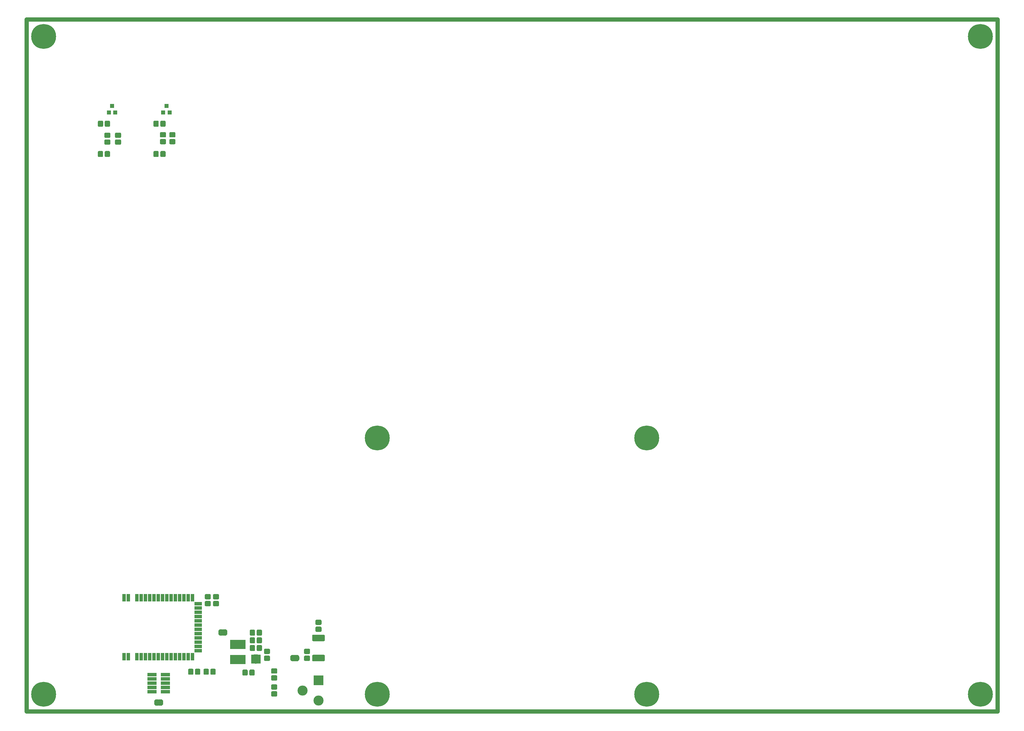
<source format=gbr>
G04 #@! TF.GenerationSoftware,KiCad,Pcbnew,(5.1.4)-1*
G04 #@! TF.CreationDate,2019-09-11T03:03:15-07:00*
G04 #@! TF.ProjectId,BrightBoard1,42726967-6874-4426-9f61-7264312e6b69,rev?*
G04 #@! TF.SameCoordinates,Original*
G04 #@! TF.FileFunction,Soldermask,Bot*
G04 #@! TF.FilePolarity,Negative*
%FSLAX46Y46*%
G04 Gerber Fmt 4.6, Leading zero omitted, Abs format (unit mm)*
G04 Created by KiCad (PCBNEW (5.1.4)-1) date 2019-09-11 03:03:15*
%MOMM*%
%LPD*%
G04 APERTURE LIST*
%ADD10C,1.270000*%
%ADD11C,7.400000*%
%ADD12C,0.100000*%
%ADD13C,1.550000*%
%ADD14R,2.800000X1.140000*%
%ADD15C,3.000000*%
%ADD16R,3.000000X3.000000*%
%ADD17C,0.500000*%
%ADD18R,4.600000X2.800000*%
%ADD19R,1.200000X1.300000*%
%ADD20R,1.100000X2.200000*%
%ADD21R,2.200000X1.100000*%
%ADD22R,1.240000X2.800000*%
%ADD23R,0.900000X0.650000*%
%ADD24C,0.900000*%
%ADD25C,1.925000*%
G04 APERTURE END LIST*
D10*
X442595000Y-302895000D02*
X442595000Y-97155000D01*
X154305000Y-97155000D02*
X154305000Y-302895000D01*
X442595000Y-97155000D02*
X154305000Y-97155000D01*
X154305000Y-302895000D02*
X442595000Y-302895000D01*
D11*
X159385000Y-297815000D03*
D12*
G36*
X208723671Y-268000423D02*
G01*
X208756381Y-268005275D01*
X208788457Y-268013309D01*
X208819591Y-268024449D01*
X208849484Y-268038587D01*
X208877847Y-268055587D01*
X208904407Y-268075285D01*
X208928908Y-268097492D01*
X208951115Y-268121993D01*
X208970813Y-268148553D01*
X208987813Y-268176916D01*
X209001951Y-268206809D01*
X209013091Y-268237943D01*
X209021125Y-268270019D01*
X209025977Y-268302729D01*
X209027600Y-268335756D01*
X209027600Y-269211844D01*
X209025977Y-269244871D01*
X209021125Y-269277581D01*
X209013091Y-269309657D01*
X209001951Y-269340791D01*
X208987813Y-269370684D01*
X208970813Y-269399047D01*
X208951115Y-269425607D01*
X208928908Y-269450108D01*
X208904407Y-269472315D01*
X208877847Y-269492013D01*
X208849484Y-269509013D01*
X208819591Y-269523151D01*
X208788457Y-269534291D01*
X208756381Y-269542325D01*
X208723671Y-269547177D01*
X208690644Y-269548800D01*
X207564556Y-269548800D01*
X207531529Y-269547177D01*
X207498819Y-269542325D01*
X207466743Y-269534291D01*
X207435609Y-269523151D01*
X207405716Y-269509013D01*
X207377353Y-269492013D01*
X207350793Y-269472315D01*
X207326292Y-269450108D01*
X207304085Y-269425607D01*
X207284387Y-269399047D01*
X207267387Y-269370684D01*
X207253249Y-269340791D01*
X207242109Y-269309657D01*
X207234075Y-269277581D01*
X207229223Y-269244871D01*
X207227600Y-269211844D01*
X207227600Y-268335756D01*
X207229223Y-268302729D01*
X207234075Y-268270019D01*
X207242109Y-268237943D01*
X207253249Y-268206809D01*
X207267387Y-268176916D01*
X207284387Y-268148553D01*
X207304085Y-268121993D01*
X207326292Y-268097492D01*
X207350793Y-268075285D01*
X207377353Y-268055587D01*
X207405716Y-268038587D01*
X207435609Y-268024449D01*
X207466743Y-268013309D01*
X207498819Y-268005275D01*
X207531529Y-268000423D01*
X207564556Y-267998800D01*
X208690644Y-267998800D01*
X208723671Y-268000423D01*
X208723671Y-268000423D01*
G37*
D13*
X208127600Y-268773800D03*
D12*
G36*
X208723671Y-270050423D02*
G01*
X208756381Y-270055275D01*
X208788457Y-270063309D01*
X208819591Y-270074449D01*
X208849484Y-270088587D01*
X208877847Y-270105587D01*
X208904407Y-270125285D01*
X208928908Y-270147492D01*
X208951115Y-270171993D01*
X208970813Y-270198553D01*
X208987813Y-270226916D01*
X209001951Y-270256809D01*
X209013091Y-270287943D01*
X209021125Y-270320019D01*
X209025977Y-270352729D01*
X209027600Y-270385756D01*
X209027600Y-271261844D01*
X209025977Y-271294871D01*
X209021125Y-271327581D01*
X209013091Y-271359657D01*
X209001951Y-271390791D01*
X208987813Y-271420684D01*
X208970813Y-271449047D01*
X208951115Y-271475607D01*
X208928908Y-271500108D01*
X208904407Y-271522315D01*
X208877847Y-271542013D01*
X208849484Y-271559013D01*
X208819591Y-271573151D01*
X208788457Y-271584291D01*
X208756381Y-271592325D01*
X208723671Y-271597177D01*
X208690644Y-271598800D01*
X207564556Y-271598800D01*
X207531529Y-271597177D01*
X207498819Y-271592325D01*
X207466743Y-271584291D01*
X207435609Y-271573151D01*
X207405716Y-271559013D01*
X207377353Y-271542013D01*
X207350793Y-271522315D01*
X207326292Y-271500108D01*
X207304085Y-271475607D01*
X207284387Y-271449047D01*
X207267387Y-271420684D01*
X207253249Y-271390791D01*
X207242109Y-271359657D01*
X207234075Y-271327581D01*
X207229223Y-271294871D01*
X207227600Y-271261844D01*
X207227600Y-270385756D01*
X207229223Y-270352729D01*
X207234075Y-270320019D01*
X207242109Y-270287943D01*
X207253249Y-270256809D01*
X207267387Y-270226916D01*
X207284387Y-270198553D01*
X207304085Y-270171993D01*
X207326292Y-270147492D01*
X207350793Y-270125285D01*
X207377353Y-270105587D01*
X207405716Y-270088587D01*
X207435609Y-270074449D01*
X207466743Y-270063309D01*
X207498819Y-270055275D01*
X207531529Y-270050423D01*
X207564556Y-270048800D01*
X208690644Y-270048800D01*
X208723671Y-270050423D01*
X208723671Y-270050423D01*
G37*
D13*
X208127600Y-270823800D03*
D12*
G36*
X211162071Y-268000423D02*
G01*
X211194781Y-268005275D01*
X211226857Y-268013309D01*
X211257991Y-268024449D01*
X211287884Y-268038587D01*
X211316247Y-268055587D01*
X211342807Y-268075285D01*
X211367308Y-268097492D01*
X211389515Y-268121993D01*
X211409213Y-268148553D01*
X211426213Y-268176916D01*
X211440351Y-268206809D01*
X211451491Y-268237943D01*
X211459525Y-268270019D01*
X211464377Y-268302729D01*
X211466000Y-268335756D01*
X211466000Y-269211844D01*
X211464377Y-269244871D01*
X211459525Y-269277581D01*
X211451491Y-269309657D01*
X211440351Y-269340791D01*
X211426213Y-269370684D01*
X211409213Y-269399047D01*
X211389515Y-269425607D01*
X211367308Y-269450108D01*
X211342807Y-269472315D01*
X211316247Y-269492013D01*
X211287884Y-269509013D01*
X211257991Y-269523151D01*
X211226857Y-269534291D01*
X211194781Y-269542325D01*
X211162071Y-269547177D01*
X211129044Y-269548800D01*
X210002956Y-269548800D01*
X209969929Y-269547177D01*
X209937219Y-269542325D01*
X209905143Y-269534291D01*
X209874009Y-269523151D01*
X209844116Y-269509013D01*
X209815753Y-269492013D01*
X209789193Y-269472315D01*
X209764692Y-269450108D01*
X209742485Y-269425607D01*
X209722787Y-269399047D01*
X209705787Y-269370684D01*
X209691649Y-269340791D01*
X209680509Y-269309657D01*
X209672475Y-269277581D01*
X209667623Y-269244871D01*
X209666000Y-269211844D01*
X209666000Y-268335756D01*
X209667623Y-268302729D01*
X209672475Y-268270019D01*
X209680509Y-268237943D01*
X209691649Y-268206809D01*
X209705787Y-268176916D01*
X209722787Y-268148553D01*
X209742485Y-268121993D01*
X209764692Y-268097492D01*
X209789193Y-268075285D01*
X209815753Y-268055587D01*
X209844116Y-268038587D01*
X209874009Y-268024449D01*
X209905143Y-268013309D01*
X209937219Y-268005275D01*
X209969929Y-268000423D01*
X210002956Y-267998800D01*
X211129044Y-267998800D01*
X211162071Y-268000423D01*
X211162071Y-268000423D01*
G37*
D13*
X210566000Y-268773800D03*
D12*
G36*
X211162071Y-270050423D02*
G01*
X211194781Y-270055275D01*
X211226857Y-270063309D01*
X211257991Y-270074449D01*
X211287884Y-270088587D01*
X211316247Y-270105587D01*
X211342807Y-270125285D01*
X211367308Y-270147492D01*
X211389515Y-270171993D01*
X211409213Y-270198553D01*
X211426213Y-270226916D01*
X211440351Y-270256809D01*
X211451491Y-270287943D01*
X211459525Y-270320019D01*
X211464377Y-270352729D01*
X211466000Y-270385756D01*
X211466000Y-271261844D01*
X211464377Y-271294871D01*
X211459525Y-271327581D01*
X211451491Y-271359657D01*
X211440351Y-271390791D01*
X211426213Y-271420684D01*
X211409213Y-271449047D01*
X211389515Y-271475607D01*
X211367308Y-271500108D01*
X211342807Y-271522315D01*
X211316247Y-271542013D01*
X211287884Y-271559013D01*
X211257991Y-271573151D01*
X211226857Y-271584291D01*
X211194781Y-271592325D01*
X211162071Y-271597177D01*
X211129044Y-271598800D01*
X210002956Y-271598800D01*
X209969929Y-271597177D01*
X209937219Y-271592325D01*
X209905143Y-271584291D01*
X209874009Y-271573151D01*
X209844116Y-271559013D01*
X209815753Y-271542013D01*
X209789193Y-271522315D01*
X209764692Y-271500108D01*
X209742485Y-271475607D01*
X209722787Y-271449047D01*
X209705787Y-271420684D01*
X209691649Y-271390791D01*
X209680509Y-271359657D01*
X209672475Y-271327581D01*
X209667623Y-271294871D01*
X209666000Y-271261844D01*
X209666000Y-270385756D01*
X209667623Y-270352729D01*
X209672475Y-270320019D01*
X209680509Y-270287943D01*
X209691649Y-270256809D01*
X209705787Y-270226916D01*
X209722787Y-270198553D01*
X209742485Y-270171993D01*
X209764692Y-270147492D01*
X209789193Y-270125285D01*
X209815753Y-270105587D01*
X209844116Y-270088587D01*
X209874009Y-270074449D01*
X209905143Y-270063309D01*
X209937219Y-270055275D01*
X209969929Y-270050423D01*
X210002956Y-270048800D01*
X211129044Y-270048800D01*
X211162071Y-270050423D01*
X211162071Y-270050423D01*
G37*
D13*
X210566000Y-270823800D03*
D12*
G36*
X193239071Y-136261623D02*
G01*
X193271781Y-136266475D01*
X193303857Y-136274509D01*
X193334991Y-136285649D01*
X193364884Y-136299787D01*
X193393247Y-136316787D01*
X193419807Y-136336485D01*
X193444308Y-136358692D01*
X193466515Y-136383193D01*
X193486213Y-136409753D01*
X193503213Y-136438116D01*
X193517351Y-136468009D01*
X193528491Y-136499143D01*
X193536525Y-136531219D01*
X193541377Y-136563929D01*
X193543000Y-136596956D01*
X193543000Y-137723044D01*
X193541377Y-137756071D01*
X193536525Y-137788781D01*
X193528491Y-137820857D01*
X193517351Y-137851991D01*
X193503213Y-137881884D01*
X193486213Y-137910247D01*
X193466515Y-137936807D01*
X193444308Y-137961308D01*
X193419807Y-137983515D01*
X193393247Y-138003213D01*
X193364884Y-138020213D01*
X193334991Y-138034351D01*
X193303857Y-138045491D01*
X193271781Y-138053525D01*
X193239071Y-138058377D01*
X193206044Y-138060000D01*
X192329956Y-138060000D01*
X192296929Y-138058377D01*
X192264219Y-138053525D01*
X192232143Y-138045491D01*
X192201009Y-138034351D01*
X192171116Y-138020213D01*
X192142753Y-138003213D01*
X192116193Y-137983515D01*
X192091692Y-137961308D01*
X192069485Y-137936807D01*
X192049787Y-137910247D01*
X192032787Y-137881884D01*
X192018649Y-137851991D01*
X192007509Y-137820857D01*
X191999475Y-137788781D01*
X191994623Y-137756071D01*
X191993000Y-137723044D01*
X191993000Y-136596956D01*
X191994623Y-136563929D01*
X191999475Y-136531219D01*
X192007509Y-136499143D01*
X192018649Y-136468009D01*
X192032787Y-136438116D01*
X192049787Y-136409753D01*
X192069485Y-136383193D01*
X192091692Y-136358692D01*
X192116193Y-136336485D01*
X192142753Y-136316787D01*
X192171116Y-136299787D01*
X192201009Y-136285649D01*
X192232143Y-136274509D01*
X192264219Y-136266475D01*
X192296929Y-136261623D01*
X192329956Y-136260000D01*
X193206044Y-136260000D01*
X193239071Y-136261623D01*
X193239071Y-136261623D01*
G37*
D13*
X192768000Y-137160000D03*
D12*
G36*
X195289071Y-136261623D02*
G01*
X195321781Y-136266475D01*
X195353857Y-136274509D01*
X195384991Y-136285649D01*
X195414884Y-136299787D01*
X195443247Y-136316787D01*
X195469807Y-136336485D01*
X195494308Y-136358692D01*
X195516515Y-136383193D01*
X195536213Y-136409753D01*
X195553213Y-136438116D01*
X195567351Y-136468009D01*
X195578491Y-136499143D01*
X195586525Y-136531219D01*
X195591377Y-136563929D01*
X195593000Y-136596956D01*
X195593000Y-137723044D01*
X195591377Y-137756071D01*
X195586525Y-137788781D01*
X195578491Y-137820857D01*
X195567351Y-137851991D01*
X195553213Y-137881884D01*
X195536213Y-137910247D01*
X195516515Y-137936807D01*
X195494308Y-137961308D01*
X195469807Y-137983515D01*
X195443247Y-138003213D01*
X195414884Y-138020213D01*
X195384991Y-138034351D01*
X195353857Y-138045491D01*
X195321781Y-138053525D01*
X195289071Y-138058377D01*
X195256044Y-138060000D01*
X194379956Y-138060000D01*
X194346929Y-138058377D01*
X194314219Y-138053525D01*
X194282143Y-138045491D01*
X194251009Y-138034351D01*
X194221116Y-138020213D01*
X194192753Y-138003213D01*
X194166193Y-137983515D01*
X194141692Y-137961308D01*
X194119485Y-137936807D01*
X194099787Y-137910247D01*
X194082787Y-137881884D01*
X194068649Y-137851991D01*
X194057509Y-137820857D01*
X194049475Y-137788781D01*
X194044623Y-137756071D01*
X194043000Y-137723044D01*
X194043000Y-136596956D01*
X194044623Y-136563929D01*
X194049475Y-136531219D01*
X194057509Y-136499143D01*
X194068649Y-136468009D01*
X194082787Y-136438116D01*
X194099787Y-136409753D01*
X194119485Y-136383193D01*
X194141692Y-136358692D01*
X194166193Y-136336485D01*
X194192753Y-136316787D01*
X194221116Y-136299787D01*
X194251009Y-136285649D01*
X194282143Y-136274509D01*
X194314219Y-136266475D01*
X194346929Y-136261623D01*
X194379956Y-136260000D01*
X195256044Y-136260000D01*
X195289071Y-136261623D01*
X195289071Y-136261623D01*
G37*
D13*
X194818000Y-137160000D03*
D12*
G36*
X176729071Y-136261623D02*
G01*
X176761781Y-136266475D01*
X176793857Y-136274509D01*
X176824991Y-136285649D01*
X176854884Y-136299787D01*
X176883247Y-136316787D01*
X176909807Y-136336485D01*
X176934308Y-136358692D01*
X176956515Y-136383193D01*
X176976213Y-136409753D01*
X176993213Y-136438116D01*
X177007351Y-136468009D01*
X177018491Y-136499143D01*
X177026525Y-136531219D01*
X177031377Y-136563929D01*
X177033000Y-136596956D01*
X177033000Y-137723044D01*
X177031377Y-137756071D01*
X177026525Y-137788781D01*
X177018491Y-137820857D01*
X177007351Y-137851991D01*
X176993213Y-137881884D01*
X176976213Y-137910247D01*
X176956515Y-137936807D01*
X176934308Y-137961308D01*
X176909807Y-137983515D01*
X176883247Y-138003213D01*
X176854884Y-138020213D01*
X176824991Y-138034351D01*
X176793857Y-138045491D01*
X176761781Y-138053525D01*
X176729071Y-138058377D01*
X176696044Y-138060000D01*
X175819956Y-138060000D01*
X175786929Y-138058377D01*
X175754219Y-138053525D01*
X175722143Y-138045491D01*
X175691009Y-138034351D01*
X175661116Y-138020213D01*
X175632753Y-138003213D01*
X175606193Y-137983515D01*
X175581692Y-137961308D01*
X175559485Y-137936807D01*
X175539787Y-137910247D01*
X175522787Y-137881884D01*
X175508649Y-137851991D01*
X175497509Y-137820857D01*
X175489475Y-137788781D01*
X175484623Y-137756071D01*
X175483000Y-137723044D01*
X175483000Y-136596956D01*
X175484623Y-136563929D01*
X175489475Y-136531219D01*
X175497509Y-136499143D01*
X175508649Y-136468009D01*
X175522787Y-136438116D01*
X175539787Y-136409753D01*
X175559485Y-136383193D01*
X175581692Y-136358692D01*
X175606193Y-136336485D01*
X175632753Y-136316787D01*
X175661116Y-136299787D01*
X175691009Y-136285649D01*
X175722143Y-136274509D01*
X175754219Y-136266475D01*
X175786929Y-136261623D01*
X175819956Y-136260000D01*
X176696044Y-136260000D01*
X176729071Y-136261623D01*
X176729071Y-136261623D01*
G37*
D13*
X176258000Y-137160000D03*
D12*
G36*
X178779071Y-136261623D02*
G01*
X178811781Y-136266475D01*
X178843857Y-136274509D01*
X178874991Y-136285649D01*
X178904884Y-136299787D01*
X178933247Y-136316787D01*
X178959807Y-136336485D01*
X178984308Y-136358692D01*
X179006515Y-136383193D01*
X179026213Y-136409753D01*
X179043213Y-136438116D01*
X179057351Y-136468009D01*
X179068491Y-136499143D01*
X179076525Y-136531219D01*
X179081377Y-136563929D01*
X179083000Y-136596956D01*
X179083000Y-137723044D01*
X179081377Y-137756071D01*
X179076525Y-137788781D01*
X179068491Y-137820857D01*
X179057351Y-137851991D01*
X179043213Y-137881884D01*
X179026213Y-137910247D01*
X179006515Y-137936807D01*
X178984308Y-137961308D01*
X178959807Y-137983515D01*
X178933247Y-138003213D01*
X178904884Y-138020213D01*
X178874991Y-138034351D01*
X178843857Y-138045491D01*
X178811781Y-138053525D01*
X178779071Y-138058377D01*
X178746044Y-138060000D01*
X177869956Y-138060000D01*
X177836929Y-138058377D01*
X177804219Y-138053525D01*
X177772143Y-138045491D01*
X177741009Y-138034351D01*
X177711116Y-138020213D01*
X177682753Y-138003213D01*
X177656193Y-137983515D01*
X177631692Y-137961308D01*
X177609485Y-137936807D01*
X177589787Y-137910247D01*
X177572787Y-137881884D01*
X177558649Y-137851991D01*
X177547509Y-137820857D01*
X177539475Y-137788781D01*
X177534623Y-137756071D01*
X177533000Y-137723044D01*
X177533000Y-136596956D01*
X177534623Y-136563929D01*
X177539475Y-136531219D01*
X177547509Y-136499143D01*
X177558649Y-136468009D01*
X177572787Y-136438116D01*
X177589787Y-136409753D01*
X177609485Y-136383193D01*
X177631692Y-136358692D01*
X177656193Y-136336485D01*
X177682753Y-136316787D01*
X177711116Y-136299787D01*
X177741009Y-136285649D01*
X177772143Y-136274509D01*
X177804219Y-136266475D01*
X177836929Y-136261623D01*
X177869956Y-136260000D01*
X178746044Y-136260000D01*
X178779071Y-136261623D01*
X178779071Y-136261623D01*
G37*
D13*
X178308000Y-137160000D03*
D12*
G36*
X241591271Y-275620423D02*
G01*
X241623981Y-275625275D01*
X241656057Y-275633309D01*
X241687191Y-275644449D01*
X241717084Y-275658587D01*
X241745447Y-275675587D01*
X241772007Y-275695285D01*
X241796508Y-275717492D01*
X241818715Y-275741993D01*
X241838413Y-275768553D01*
X241855413Y-275796916D01*
X241869551Y-275826809D01*
X241880691Y-275857943D01*
X241888725Y-275890019D01*
X241893577Y-275922729D01*
X241895200Y-275955756D01*
X241895200Y-276831844D01*
X241893577Y-276864871D01*
X241888725Y-276897581D01*
X241880691Y-276929657D01*
X241869551Y-276960791D01*
X241855413Y-276990684D01*
X241838413Y-277019047D01*
X241818715Y-277045607D01*
X241796508Y-277070108D01*
X241772007Y-277092315D01*
X241745447Y-277112013D01*
X241717084Y-277129013D01*
X241687191Y-277143151D01*
X241656057Y-277154291D01*
X241623981Y-277162325D01*
X241591271Y-277167177D01*
X241558244Y-277168800D01*
X240432156Y-277168800D01*
X240399129Y-277167177D01*
X240366419Y-277162325D01*
X240334343Y-277154291D01*
X240303209Y-277143151D01*
X240273316Y-277129013D01*
X240244953Y-277112013D01*
X240218393Y-277092315D01*
X240193892Y-277070108D01*
X240171685Y-277045607D01*
X240151987Y-277019047D01*
X240134987Y-276990684D01*
X240120849Y-276960791D01*
X240109709Y-276929657D01*
X240101675Y-276897581D01*
X240096823Y-276864871D01*
X240095200Y-276831844D01*
X240095200Y-275955756D01*
X240096823Y-275922729D01*
X240101675Y-275890019D01*
X240109709Y-275857943D01*
X240120849Y-275826809D01*
X240134987Y-275796916D01*
X240151987Y-275768553D01*
X240171685Y-275741993D01*
X240193892Y-275717492D01*
X240218393Y-275695285D01*
X240244953Y-275675587D01*
X240273316Y-275658587D01*
X240303209Y-275644449D01*
X240334343Y-275633309D01*
X240366419Y-275625275D01*
X240399129Y-275620423D01*
X240432156Y-275618800D01*
X241558244Y-275618800D01*
X241591271Y-275620423D01*
X241591271Y-275620423D01*
G37*
D13*
X240995200Y-276393800D03*
D12*
G36*
X241591271Y-277670423D02*
G01*
X241623981Y-277675275D01*
X241656057Y-277683309D01*
X241687191Y-277694449D01*
X241717084Y-277708587D01*
X241745447Y-277725587D01*
X241772007Y-277745285D01*
X241796508Y-277767492D01*
X241818715Y-277791993D01*
X241838413Y-277818553D01*
X241855413Y-277846916D01*
X241869551Y-277876809D01*
X241880691Y-277907943D01*
X241888725Y-277940019D01*
X241893577Y-277972729D01*
X241895200Y-278005756D01*
X241895200Y-278881844D01*
X241893577Y-278914871D01*
X241888725Y-278947581D01*
X241880691Y-278979657D01*
X241869551Y-279010791D01*
X241855413Y-279040684D01*
X241838413Y-279069047D01*
X241818715Y-279095607D01*
X241796508Y-279120108D01*
X241772007Y-279142315D01*
X241745447Y-279162013D01*
X241717084Y-279179013D01*
X241687191Y-279193151D01*
X241656057Y-279204291D01*
X241623981Y-279212325D01*
X241591271Y-279217177D01*
X241558244Y-279218800D01*
X240432156Y-279218800D01*
X240399129Y-279217177D01*
X240366419Y-279212325D01*
X240334343Y-279204291D01*
X240303209Y-279193151D01*
X240273316Y-279179013D01*
X240244953Y-279162013D01*
X240218393Y-279142315D01*
X240193892Y-279120108D01*
X240171685Y-279095607D01*
X240151987Y-279069047D01*
X240134987Y-279040684D01*
X240120849Y-279010791D01*
X240109709Y-278979657D01*
X240101675Y-278947581D01*
X240096823Y-278914871D01*
X240095200Y-278881844D01*
X240095200Y-278005756D01*
X240096823Y-277972729D01*
X240101675Y-277940019D01*
X240109709Y-277907943D01*
X240120849Y-277876809D01*
X240134987Y-277846916D01*
X240151987Y-277818553D01*
X240171685Y-277791993D01*
X240193892Y-277767492D01*
X240218393Y-277745285D01*
X240244953Y-277725587D01*
X240273316Y-277708587D01*
X240303209Y-277694449D01*
X240334343Y-277683309D01*
X240366419Y-277675275D01*
X240399129Y-277670423D01*
X240432156Y-277668800D01*
X241558244Y-277668800D01*
X241591271Y-277670423D01*
X241591271Y-277670423D01*
G37*
D13*
X240995200Y-278443800D03*
D12*
G36*
X238187671Y-284256423D02*
G01*
X238220381Y-284261275D01*
X238252457Y-284269309D01*
X238283591Y-284280449D01*
X238313484Y-284294587D01*
X238341847Y-284311587D01*
X238368407Y-284331285D01*
X238392908Y-284353492D01*
X238415115Y-284377993D01*
X238434813Y-284404553D01*
X238451813Y-284432916D01*
X238465951Y-284462809D01*
X238477091Y-284493943D01*
X238485125Y-284526019D01*
X238489977Y-284558729D01*
X238491600Y-284591756D01*
X238491600Y-285467844D01*
X238489977Y-285500871D01*
X238485125Y-285533581D01*
X238477091Y-285565657D01*
X238465951Y-285596791D01*
X238451813Y-285626684D01*
X238434813Y-285655047D01*
X238415115Y-285681607D01*
X238392908Y-285706108D01*
X238368407Y-285728315D01*
X238341847Y-285748013D01*
X238313484Y-285765013D01*
X238283591Y-285779151D01*
X238252457Y-285790291D01*
X238220381Y-285798325D01*
X238187671Y-285803177D01*
X238154644Y-285804800D01*
X237028556Y-285804800D01*
X236995529Y-285803177D01*
X236962819Y-285798325D01*
X236930743Y-285790291D01*
X236899609Y-285779151D01*
X236869716Y-285765013D01*
X236841353Y-285748013D01*
X236814793Y-285728315D01*
X236790292Y-285706108D01*
X236768085Y-285681607D01*
X236748387Y-285655047D01*
X236731387Y-285626684D01*
X236717249Y-285596791D01*
X236706109Y-285565657D01*
X236698075Y-285533581D01*
X236693223Y-285500871D01*
X236691600Y-285467844D01*
X236691600Y-284591756D01*
X236693223Y-284558729D01*
X236698075Y-284526019D01*
X236706109Y-284493943D01*
X236717249Y-284462809D01*
X236731387Y-284432916D01*
X236748387Y-284404553D01*
X236768085Y-284377993D01*
X236790292Y-284353492D01*
X236814793Y-284331285D01*
X236841353Y-284311587D01*
X236869716Y-284294587D01*
X236899609Y-284280449D01*
X236930743Y-284269309D01*
X236962819Y-284261275D01*
X236995529Y-284256423D01*
X237028556Y-284254800D01*
X238154644Y-284254800D01*
X238187671Y-284256423D01*
X238187671Y-284256423D01*
G37*
D13*
X237591600Y-285029800D03*
D12*
G36*
X238187671Y-286306423D02*
G01*
X238220381Y-286311275D01*
X238252457Y-286319309D01*
X238283591Y-286330449D01*
X238313484Y-286344587D01*
X238341847Y-286361587D01*
X238368407Y-286381285D01*
X238392908Y-286403492D01*
X238415115Y-286427993D01*
X238434813Y-286454553D01*
X238451813Y-286482916D01*
X238465951Y-286512809D01*
X238477091Y-286543943D01*
X238485125Y-286576019D01*
X238489977Y-286608729D01*
X238491600Y-286641756D01*
X238491600Y-287517844D01*
X238489977Y-287550871D01*
X238485125Y-287583581D01*
X238477091Y-287615657D01*
X238465951Y-287646791D01*
X238451813Y-287676684D01*
X238434813Y-287705047D01*
X238415115Y-287731607D01*
X238392908Y-287756108D01*
X238368407Y-287778315D01*
X238341847Y-287798013D01*
X238313484Y-287815013D01*
X238283591Y-287829151D01*
X238252457Y-287840291D01*
X238220381Y-287848325D01*
X238187671Y-287853177D01*
X238154644Y-287854800D01*
X237028556Y-287854800D01*
X236995529Y-287853177D01*
X236962819Y-287848325D01*
X236930743Y-287840291D01*
X236899609Y-287829151D01*
X236869716Y-287815013D01*
X236841353Y-287798013D01*
X236814793Y-287778315D01*
X236790292Y-287756108D01*
X236768085Y-287731607D01*
X236748387Y-287705047D01*
X236731387Y-287676684D01*
X236717249Y-287646791D01*
X236706109Y-287615657D01*
X236698075Y-287583581D01*
X236693223Y-287550871D01*
X236691600Y-287517844D01*
X236691600Y-286641756D01*
X236693223Y-286608729D01*
X236698075Y-286576019D01*
X236706109Y-286543943D01*
X236717249Y-286512809D01*
X236731387Y-286482916D01*
X236748387Y-286454553D01*
X236768085Y-286427993D01*
X236790292Y-286403492D01*
X236814793Y-286381285D01*
X236841353Y-286361587D01*
X236869716Y-286344587D01*
X236899609Y-286330449D01*
X236930743Y-286319309D01*
X236962819Y-286311275D01*
X236995529Y-286306423D01*
X237028556Y-286304800D01*
X238154644Y-286304800D01*
X238187671Y-286306423D01*
X238187671Y-286306423D01*
G37*
D13*
X237591600Y-287079800D03*
D12*
G36*
X226301018Y-284256420D02*
G01*
X226333669Y-284261263D01*
X226365687Y-284269283D01*
X226396766Y-284280403D01*
X226426604Y-284294516D01*
X226454916Y-284311485D01*
X226481428Y-284331148D01*
X226505885Y-284353315D01*
X226528052Y-284377772D01*
X226547715Y-284404284D01*
X226564684Y-284432596D01*
X226578797Y-284462434D01*
X226589917Y-284493513D01*
X226597937Y-284525531D01*
X226602780Y-284558182D01*
X226604400Y-284591150D01*
X226604400Y-285468450D01*
X226602780Y-285501418D01*
X226597937Y-285534069D01*
X226589917Y-285566087D01*
X226578797Y-285597166D01*
X226564684Y-285627004D01*
X226547715Y-285655316D01*
X226528052Y-285681828D01*
X226505885Y-285706285D01*
X226481428Y-285728452D01*
X226454916Y-285748115D01*
X226426604Y-285765084D01*
X226396766Y-285779197D01*
X226365687Y-285790317D01*
X226333669Y-285798337D01*
X226301018Y-285803180D01*
X226268050Y-285804800D01*
X225140750Y-285804800D01*
X225107782Y-285803180D01*
X225075131Y-285798337D01*
X225043113Y-285790317D01*
X225012034Y-285779197D01*
X224982196Y-285765084D01*
X224953884Y-285748115D01*
X224927372Y-285728452D01*
X224902915Y-285706285D01*
X224880748Y-285681828D01*
X224861085Y-285655316D01*
X224844116Y-285627004D01*
X224830003Y-285597166D01*
X224818883Y-285566087D01*
X224810863Y-285534069D01*
X224806020Y-285501418D01*
X224804400Y-285468450D01*
X224804400Y-284591150D01*
X224806020Y-284558182D01*
X224810863Y-284525531D01*
X224818883Y-284493513D01*
X224830003Y-284462434D01*
X224844116Y-284432596D01*
X224861085Y-284404284D01*
X224880748Y-284377772D01*
X224902915Y-284353315D01*
X224927372Y-284331148D01*
X224953884Y-284311485D01*
X224982196Y-284294516D01*
X225012034Y-284280403D01*
X225043113Y-284269283D01*
X225075131Y-284261263D01*
X225107782Y-284256420D01*
X225140750Y-284254800D01*
X226268050Y-284254800D01*
X226301018Y-284256420D01*
X226301018Y-284256420D01*
G37*
D13*
X225704400Y-285029800D03*
D12*
G36*
X226300471Y-286306423D02*
G01*
X226333181Y-286311275D01*
X226365257Y-286319309D01*
X226396391Y-286330449D01*
X226426284Y-286344587D01*
X226454647Y-286361587D01*
X226481207Y-286381285D01*
X226505708Y-286403492D01*
X226527915Y-286427993D01*
X226547613Y-286454553D01*
X226564613Y-286482916D01*
X226578751Y-286512809D01*
X226589891Y-286543943D01*
X226597925Y-286576019D01*
X226602777Y-286608729D01*
X226604400Y-286641756D01*
X226604400Y-287517844D01*
X226602777Y-287550871D01*
X226597925Y-287583581D01*
X226589891Y-287615657D01*
X226578751Y-287646791D01*
X226564613Y-287676684D01*
X226547613Y-287705047D01*
X226527915Y-287731607D01*
X226505708Y-287756108D01*
X226481207Y-287778315D01*
X226454647Y-287798013D01*
X226426284Y-287815013D01*
X226396391Y-287829151D01*
X226365257Y-287840291D01*
X226333181Y-287848325D01*
X226300471Y-287853177D01*
X226267444Y-287854800D01*
X225141356Y-287854800D01*
X225108329Y-287853177D01*
X225075619Y-287848325D01*
X225043543Y-287840291D01*
X225012409Y-287829151D01*
X224982516Y-287815013D01*
X224954153Y-287798013D01*
X224927593Y-287778315D01*
X224903092Y-287756108D01*
X224880885Y-287731607D01*
X224861187Y-287705047D01*
X224844187Y-287676684D01*
X224830049Y-287646791D01*
X224818909Y-287615657D01*
X224810875Y-287583581D01*
X224806023Y-287550871D01*
X224804400Y-287517844D01*
X224804400Y-286641756D01*
X224806023Y-286608729D01*
X224810875Y-286576019D01*
X224818909Y-286543943D01*
X224830049Y-286512809D01*
X224844187Y-286482916D01*
X224861187Y-286454553D01*
X224880885Y-286427993D01*
X224903092Y-286403492D01*
X224927593Y-286381285D01*
X224954153Y-286361587D01*
X224982516Y-286344587D01*
X225012409Y-286330449D01*
X225043543Y-286319309D01*
X225075619Y-286311275D01*
X225108329Y-286306423D01*
X225141356Y-286304800D01*
X226267444Y-286304800D01*
X226300471Y-286306423D01*
X226300471Y-286306423D01*
G37*
D13*
X225704400Y-287079800D03*
D12*
G36*
X223898471Y-280838423D02*
G01*
X223931181Y-280843275D01*
X223963257Y-280851309D01*
X223994391Y-280862449D01*
X224024284Y-280876587D01*
X224052647Y-280893587D01*
X224079207Y-280913285D01*
X224103708Y-280935492D01*
X224125915Y-280959993D01*
X224145613Y-280986553D01*
X224162613Y-281014916D01*
X224176751Y-281044809D01*
X224187891Y-281075943D01*
X224195925Y-281108019D01*
X224200777Y-281140729D01*
X224202400Y-281173756D01*
X224202400Y-282299844D01*
X224200777Y-282332871D01*
X224195925Y-282365581D01*
X224187891Y-282397657D01*
X224176751Y-282428791D01*
X224162613Y-282458684D01*
X224145613Y-282487047D01*
X224125915Y-282513607D01*
X224103708Y-282538108D01*
X224079207Y-282560315D01*
X224052647Y-282580013D01*
X224024284Y-282597013D01*
X223994391Y-282611151D01*
X223963257Y-282622291D01*
X223931181Y-282630325D01*
X223898471Y-282635177D01*
X223865444Y-282636800D01*
X222989356Y-282636800D01*
X222956329Y-282635177D01*
X222923619Y-282630325D01*
X222891543Y-282622291D01*
X222860409Y-282611151D01*
X222830516Y-282597013D01*
X222802153Y-282580013D01*
X222775593Y-282560315D01*
X222751092Y-282538108D01*
X222728885Y-282513607D01*
X222709187Y-282487047D01*
X222692187Y-282458684D01*
X222678049Y-282428791D01*
X222666909Y-282397657D01*
X222658875Y-282365581D01*
X222654023Y-282332871D01*
X222652400Y-282299844D01*
X222652400Y-281173756D01*
X222654023Y-281140729D01*
X222658875Y-281108019D01*
X222666909Y-281075943D01*
X222678049Y-281044809D01*
X222692187Y-281014916D01*
X222709187Y-280986553D01*
X222728885Y-280959993D01*
X222751092Y-280935492D01*
X222775593Y-280913285D01*
X222802153Y-280893587D01*
X222830516Y-280876587D01*
X222860409Y-280862449D01*
X222891543Y-280851309D01*
X222923619Y-280843275D01*
X222956329Y-280838423D01*
X222989356Y-280836800D01*
X223865444Y-280836800D01*
X223898471Y-280838423D01*
X223898471Y-280838423D01*
G37*
D13*
X223427400Y-281736800D03*
D12*
G36*
X221848471Y-280838423D02*
G01*
X221881181Y-280843275D01*
X221913257Y-280851309D01*
X221944391Y-280862449D01*
X221974284Y-280876587D01*
X222002647Y-280893587D01*
X222029207Y-280913285D01*
X222053708Y-280935492D01*
X222075915Y-280959993D01*
X222095613Y-280986553D01*
X222112613Y-281014916D01*
X222126751Y-281044809D01*
X222137891Y-281075943D01*
X222145925Y-281108019D01*
X222150777Y-281140729D01*
X222152400Y-281173756D01*
X222152400Y-282299844D01*
X222150777Y-282332871D01*
X222145925Y-282365581D01*
X222137891Y-282397657D01*
X222126751Y-282428791D01*
X222112613Y-282458684D01*
X222095613Y-282487047D01*
X222075915Y-282513607D01*
X222053708Y-282538108D01*
X222029207Y-282560315D01*
X222002647Y-282580013D01*
X221974284Y-282597013D01*
X221944391Y-282611151D01*
X221913257Y-282622291D01*
X221881181Y-282630325D01*
X221848471Y-282635177D01*
X221815444Y-282636800D01*
X220939356Y-282636800D01*
X220906329Y-282635177D01*
X220873619Y-282630325D01*
X220841543Y-282622291D01*
X220810409Y-282611151D01*
X220780516Y-282597013D01*
X220752153Y-282580013D01*
X220725593Y-282560315D01*
X220701092Y-282538108D01*
X220678885Y-282513607D01*
X220659187Y-282487047D01*
X220642187Y-282458684D01*
X220628049Y-282428791D01*
X220616909Y-282397657D01*
X220608875Y-282365581D01*
X220604023Y-282332871D01*
X220602400Y-282299844D01*
X220602400Y-281173756D01*
X220604023Y-281140729D01*
X220608875Y-281108019D01*
X220616909Y-281075943D01*
X220628049Y-281044809D01*
X220642187Y-281014916D01*
X220659187Y-280986553D01*
X220678885Y-280959993D01*
X220701092Y-280935492D01*
X220725593Y-280913285D01*
X220752153Y-280893587D01*
X220780516Y-280876587D01*
X220810409Y-280862449D01*
X220841543Y-280851309D01*
X220873619Y-280843275D01*
X220906329Y-280838423D01*
X220939356Y-280836800D01*
X221815444Y-280836800D01*
X221848471Y-280838423D01*
X221848471Y-280838423D01*
G37*
D13*
X221377400Y-281736800D03*
D12*
G36*
X208107071Y-290185623D02*
G01*
X208139781Y-290190475D01*
X208171857Y-290198509D01*
X208202991Y-290209649D01*
X208232884Y-290223787D01*
X208261247Y-290240787D01*
X208287807Y-290260485D01*
X208312308Y-290282692D01*
X208334515Y-290307193D01*
X208354213Y-290333753D01*
X208371213Y-290362116D01*
X208385351Y-290392009D01*
X208396491Y-290423143D01*
X208404525Y-290455219D01*
X208409377Y-290487929D01*
X208411000Y-290520956D01*
X208411000Y-291647044D01*
X208409377Y-291680071D01*
X208404525Y-291712781D01*
X208396491Y-291744857D01*
X208385351Y-291775991D01*
X208371213Y-291805884D01*
X208354213Y-291834247D01*
X208334515Y-291860807D01*
X208312308Y-291885308D01*
X208287807Y-291907515D01*
X208261247Y-291927213D01*
X208232884Y-291944213D01*
X208202991Y-291958351D01*
X208171857Y-291969491D01*
X208139781Y-291977525D01*
X208107071Y-291982377D01*
X208074044Y-291984000D01*
X207197956Y-291984000D01*
X207164929Y-291982377D01*
X207132219Y-291977525D01*
X207100143Y-291969491D01*
X207069009Y-291958351D01*
X207039116Y-291944213D01*
X207010753Y-291927213D01*
X206984193Y-291907515D01*
X206959692Y-291885308D01*
X206937485Y-291860807D01*
X206917787Y-291834247D01*
X206900787Y-291805884D01*
X206886649Y-291775991D01*
X206875509Y-291744857D01*
X206867475Y-291712781D01*
X206862623Y-291680071D01*
X206861000Y-291647044D01*
X206861000Y-290520956D01*
X206862623Y-290487929D01*
X206867475Y-290455219D01*
X206875509Y-290423143D01*
X206886649Y-290392009D01*
X206900787Y-290362116D01*
X206917787Y-290333753D01*
X206937485Y-290307193D01*
X206959692Y-290282692D01*
X206984193Y-290260485D01*
X207010753Y-290240787D01*
X207039116Y-290223787D01*
X207069009Y-290209649D01*
X207100143Y-290198509D01*
X207132219Y-290190475D01*
X207164929Y-290185623D01*
X207197956Y-290184000D01*
X208074044Y-290184000D01*
X208107071Y-290185623D01*
X208107071Y-290185623D01*
G37*
D13*
X207636000Y-291084000D03*
D12*
G36*
X210157071Y-290185623D02*
G01*
X210189781Y-290190475D01*
X210221857Y-290198509D01*
X210252991Y-290209649D01*
X210282884Y-290223787D01*
X210311247Y-290240787D01*
X210337807Y-290260485D01*
X210362308Y-290282692D01*
X210384515Y-290307193D01*
X210404213Y-290333753D01*
X210421213Y-290362116D01*
X210435351Y-290392009D01*
X210446491Y-290423143D01*
X210454525Y-290455219D01*
X210459377Y-290487929D01*
X210461000Y-290520956D01*
X210461000Y-291647044D01*
X210459377Y-291680071D01*
X210454525Y-291712781D01*
X210446491Y-291744857D01*
X210435351Y-291775991D01*
X210421213Y-291805884D01*
X210404213Y-291834247D01*
X210384515Y-291860807D01*
X210362308Y-291885308D01*
X210337807Y-291907515D01*
X210311247Y-291927213D01*
X210282884Y-291944213D01*
X210252991Y-291958351D01*
X210221857Y-291969491D01*
X210189781Y-291977525D01*
X210157071Y-291982377D01*
X210124044Y-291984000D01*
X209247956Y-291984000D01*
X209214929Y-291982377D01*
X209182219Y-291977525D01*
X209150143Y-291969491D01*
X209119009Y-291958351D01*
X209089116Y-291944213D01*
X209060753Y-291927213D01*
X209034193Y-291907515D01*
X209009692Y-291885308D01*
X208987485Y-291860807D01*
X208967787Y-291834247D01*
X208950787Y-291805884D01*
X208936649Y-291775991D01*
X208925509Y-291744857D01*
X208917475Y-291712781D01*
X208912623Y-291680071D01*
X208911000Y-291647044D01*
X208911000Y-290520956D01*
X208912623Y-290487929D01*
X208917475Y-290455219D01*
X208925509Y-290423143D01*
X208936649Y-290392009D01*
X208950787Y-290362116D01*
X208967787Y-290333753D01*
X208987485Y-290307193D01*
X209009692Y-290282692D01*
X209034193Y-290260485D01*
X209060753Y-290240787D01*
X209089116Y-290223787D01*
X209119009Y-290209649D01*
X209150143Y-290198509D01*
X209182219Y-290190475D01*
X209214929Y-290185623D01*
X209247956Y-290184000D01*
X210124044Y-290184000D01*
X210157071Y-290185623D01*
X210157071Y-290185623D01*
G37*
D13*
X209686000Y-291084000D03*
D14*
X191598000Y-297053000D03*
X195498000Y-297053000D03*
X191598000Y-295783000D03*
X195498000Y-295783000D03*
X191598000Y-294513000D03*
X195498000Y-294513000D03*
X191598000Y-293243000D03*
X195498000Y-293243000D03*
X191598000Y-291973000D03*
X195498000Y-291973000D03*
D15*
X236295200Y-296670000D03*
X240995200Y-299670000D03*
D16*
X240995200Y-293670000D03*
D17*
X192898000Y-300228000D03*
D12*
G36*
X192891888Y-301177398D02*
G01*
X192873466Y-301177398D01*
X192853860Y-301176435D01*
X192805029Y-301171625D01*
X192785620Y-301168746D01*
X192737495Y-301159174D01*
X192718452Y-301154404D01*
X192671497Y-301140160D01*
X192653020Y-301133549D01*
X192607687Y-301114772D01*
X192589939Y-301106377D01*
X192546666Y-301083246D01*
X192529838Y-301073160D01*
X192489039Y-301045900D01*
X192473270Y-301034205D01*
X192435341Y-301003077D01*
X192420800Y-300989897D01*
X192386103Y-300955200D01*
X192372923Y-300940659D01*
X192341795Y-300902730D01*
X192330100Y-300886961D01*
X192302840Y-300846162D01*
X192292754Y-300829334D01*
X192269623Y-300786061D01*
X192261228Y-300768313D01*
X192242451Y-300722980D01*
X192235840Y-300704503D01*
X192221596Y-300657548D01*
X192216826Y-300638505D01*
X192207254Y-300590380D01*
X192204375Y-300570971D01*
X192199565Y-300522140D01*
X192198602Y-300502534D01*
X192198602Y-300484112D01*
X192198000Y-300478000D01*
X192198000Y-299978000D01*
X192198602Y-299971888D01*
X192198602Y-299953466D01*
X192199565Y-299933860D01*
X192204375Y-299885029D01*
X192207254Y-299865620D01*
X192216826Y-299817495D01*
X192221596Y-299798452D01*
X192235840Y-299751497D01*
X192242451Y-299733020D01*
X192261228Y-299687687D01*
X192269623Y-299669939D01*
X192292754Y-299626666D01*
X192302840Y-299609838D01*
X192330100Y-299569039D01*
X192341795Y-299553270D01*
X192372923Y-299515341D01*
X192386103Y-299500800D01*
X192420800Y-299466103D01*
X192435341Y-299452923D01*
X192473270Y-299421795D01*
X192489039Y-299410100D01*
X192529838Y-299382840D01*
X192546666Y-299372754D01*
X192589939Y-299349623D01*
X192607687Y-299341228D01*
X192653020Y-299322451D01*
X192671497Y-299315840D01*
X192718452Y-299301596D01*
X192737495Y-299296826D01*
X192785620Y-299287254D01*
X192805029Y-299284375D01*
X192853860Y-299279565D01*
X192873466Y-299278602D01*
X192891888Y-299278602D01*
X192898000Y-299278000D01*
X193398000Y-299278000D01*
X193437018Y-299281843D01*
X193474537Y-299293224D01*
X193509114Y-299311706D01*
X193539421Y-299336579D01*
X193564294Y-299366886D01*
X193582776Y-299401463D01*
X193594157Y-299438982D01*
X193598000Y-299478000D01*
X193598000Y-300978000D01*
X193594157Y-301017018D01*
X193582776Y-301054537D01*
X193564294Y-301089114D01*
X193539421Y-301119421D01*
X193509114Y-301144294D01*
X193474537Y-301162776D01*
X193437018Y-301174157D01*
X193398000Y-301178000D01*
X192898000Y-301178000D01*
X192891888Y-301177398D01*
X192891888Y-301177398D01*
G37*
D17*
X194198000Y-300228000D03*
D12*
G36*
X193658982Y-301174157D02*
G01*
X193621463Y-301162776D01*
X193586886Y-301144294D01*
X193556579Y-301119421D01*
X193531706Y-301089114D01*
X193513224Y-301054537D01*
X193501843Y-301017018D01*
X193498000Y-300978000D01*
X193498000Y-299478000D01*
X193501843Y-299438982D01*
X193513224Y-299401463D01*
X193531706Y-299366886D01*
X193556579Y-299336579D01*
X193586886Y-299311706D01*
X193621463Y-299293224D01*
X193658982Y-299281843D01*
X193698000Y-299278000D01*
X194198000Y-299278000D01*
X194204112Y-299278602D01*
X194222534Y-299278602D01*
X194242140Y-299279565D01*
X194290971Y-299284375D01*
X194310380Y-299287254D01*
X194358505Y-299296826D01*
X194377548Y-299301596D01*
X194424503Y-299315840D01*
X194442980Y-299322451D01*
X194488313Y-299341228D01*
X194506061Y-299349623D01*
X194549334Y-299372754D01*
X194566162Y-299382840D01*
X194606961Y-299410100D01*
X194622730Y-299421795D01*
X194660659Y-299452923D01*
X194675200Y-299466103D01*
X194709897Y-299500800D01*
X194723077Y-299515341D01*
X194754205Y-299553270D01*
X194765900Y-299569039D01*
X194793160Y-299609838D01*
X194803246Y-299626666D01*
X194826377Y-299669939D01*
X194834772Y-299687687D01*
X194853549Y-299733020D01*
X194860160Y-299751497D01*
X194874404Y-299798452D01*
X194879174Y-299817495D01*
X194888746Y-299865620D01*
X194891625Y-299885029D01*
X194896435Y-299933860D01*
X194897398Y-299953466D01*
X194897398Y-299971888D01*
X194898000Y-299978000D01*
X194898000Y-300478000D01*
X194897398Y-300484112D01*
X194897398Y-300502534D01*
X194896435Y-300522140D01*
X194891625Y-300570971D01*
X194888746Y-300590380D01*
X194879174Y-300638505D01*
X194874404Y-300657548D01*
X194860160Y-300704503D01*
X194853549Y-300722980D01*
X194834772Y-300768313D01*
X194826377Y-300786061D01*
X194803246Y-300829334D01*
X194793160Y-300846162D01*
X194765900Y-300886961D01*
X194754205Y-300902730D01*
X194723077Y-300940659D01*
X194709897Y-300955200D01*
X194675200Y-300989897D01*
X194660659Y-301003077D01*
X194622730Y-301034205D01*
X194606961Y-301045900D01*
X194566162Y-301073160D01*
X194549334Y-301083246D01*
X194506061Y-301106377D01*
X194488313Y-301114772D01*
X194442980Y-301133549D01*
X194424503Y-301140160D01*
X194377548Y-301154404D01*
X194358505Y-301159174D01*
X194310380Y-301168746D01*
X194290971Y-301171625D01*
X194242140Y-301176435D01*
X194222534Y-301177398D01*
X194204112Y-301177398D01*
X194198000Y-301178000D01*
X193698000Y-301178000D01*
X193658982Y-301174157D01*
X193658982Y-301174157D01*
G37*
D17*
X213248000Y-279400000D03*
D12*
G36*
X212708982Y-280346157D02*
G01*
X212671463Y-280334776D01*
X212636886Y-280316294D01*
X212606579Y-280291421D01*
X212581706Y-280261114D01*
X212563224Y-280226537D01*
X212551843Y-280189018D01*
X212548000Y-280150000D01*
X212548000Y-278650000D01*
X212551843Y-278610982D01*
X212563224Y-278573463D01*
X212581706Y-278538886D01*
X212606579Y-278508579D01*
X212636886Y-278483706D01*
X212671463Y-278465224D01*
X212708982Y-278453843D01*
X212748000Y-278450000D01*
X213248000Y-278450000D01*
X213254112Y-278450602D01*
X213272534Y-278450602D01*
X213292140Y-278451565D01*
X213340971Y-278456375D01*
X213360380Y-278459254D01*
X213408505Y-278468826D01*
X213427548Y-278473596D01*
X213474503Y-278487840D01*
X213492980Y-278494451D01*
X213538313Y-278513228D01*
X213556061Y-278521623D01*
X213599334Y-278544754D01*
X213616162Y-278554840D01*
X213656961Y-278582100D01*
X213672730Y-278593795D01*
X213710659Y-278624923D01*
X213725200Y-278638103D01*
X213759897Y-278672800D01*
X213773077Y-278687341D01*
X213804205Y-278725270D01*
X213815900Y-278741039D01*
X213843160Y-278781838D01*
X213853246Y-278798666D01*
X213876377Y-278841939D01*
X213884772Y-278859687D01*
X213903549Y-278905020D01*
X213910160Y-278923497D01*
X213924404Y-278970452D01*
X213929174Y-278989495D01*
X213938746Y-279037620D01*
X213941625Y-279057029D01*
X213946435Y-279105860D01*
X213947398Y-279125466D01*
X213947398Y-279143888D01*
X213948000Y-279150000D01*
X213948000Y-279650000D01*
X213947398Y-279656112D01*
X213947398Y-279674534D01*
X213946435Y-279694140D01*
X213941625Y-279742971D01*
X213938746Y-279762380D01*
X213929174Y-279810505D01*
X213924404Y-279829548D01*
X213910160Y-279876503D01*
X213903549Y-279894980D01*
X213884772Y-279940313D01*
X213876377Y-279958061D01*
X213853246Y-280001334D01*
X213843160Y-280018162D01*
X213815900Y-280058961D01*
X213804205Y-280074730D01*
X213773077Y-280112659D01*
X213759897Y-280127200D01*
X213725200Y-280161897D01*
X213710659Y-280175077D01*
X213672730Y-280206205D01*
X213656961Y-280217900D01*
X213616162Y-280245160D01*
X213599334Y-280255246D01*
X213556061Y-280278377D01*
X213538313Y-280286772D01*
X213492980Y-280305549D01*
X213474503Y-280312160D01*
X213427548Y-280326404D01*
X213408505Y-280331174D01*
X213360380Y-280340746D01*
X213340971Y-280343625D01*
X213292140Y-280348435D01*
X213272534Y-280349398D01*
X213254112Y-280349398D01*
X213248000Y-280350000D01*
X212748000Y-280350000D01*
X212708982Y-280346157D01*
X212708982Y-280346157D01*
G37*
D17*
X211948000Y-279400000D03*
D12*
G36*
X211941888Y-280349398D02*
G01*
X211923466Y-280349398D01*
X211903860Y-280348435D01*
X211855029Y-280343625D01*
X211835620Y-280340746D01*
X211787495Y-280331174D01*
X211768452Y-280326404D01*
X211721497Y-280312160D01*
X211703020Y-280305549D01*
X211657687Y-280286772D01*
X211639939Y-280278377D01*
X211596666Y-280255246D01*
X211579838Y-280245160D01*
X211539039Y-280217900D01*
X211523270Y-280206205D01*
X211485341Y-280175077D01*
X211470800Y-280161897D01*
X211436103Y-280127200D01*
X211422923Y-280112659D01*
X211391795Y-280074730D01*
X211380100Y-280058961D01*
X211352840Y-280018162D01*
X211342754Y-280001334D01*
X211319623Y-279958061D01*
X211311228Y-279940313D01*
X211292451Y-279894980D01*
X211285840Y-279876503D01*
X211271596Y-279829548D01*
X211266826Y-279810505D01*
X211257254Y-279762380D01*
X211254375Y-279742971D01*
X211249565Y-279694140D01*
X211248602Y-279674534D01*
X211248602Y-279656112D01*
X211248000Y-279650000D01*
X211248000Y-279150000D01*
X211248602Y-279143888D01*
X211248602Y-279125466D01*
X211249565Y-279105860D01*
X211254375Y-279057029D01*
X211257254Y-279037620D01*
X211266826Y-278989495D01*
X211271596Y-278970452D01*
X211285840Y-278923497D01*
X211292451Y-278905020D01*
X211311228Y-278859687D01*
X211319623Y-278841939D01*
X211342754Y-278798666D01*
X211352840Y-278781838D01*
X211380100Y-278741039D01*
X211391795Y-278725270D01*
X211422923Y-278687341D01*
X211436103Y-278672800D01*
X211470800Y-278638103D01*
X211485341Y-278624923D01*
X211523270Y-278593795D01*
X211539039Y-278582100D01*
X211579838Y-278554840D01*
X211596666Y-278544754D01*
X211639939Y-278521623D01*
X211657687Y-278513228D01*
X211703020Y-278494451D01*
X211721497Y-278487840D01*
X211768452Y-278473596D01*
X211787495Y-278468826D01*
X211835620Y-278459254D01*
X211855029Y-278456375D01*
X211903860Y-278451565D01*
X211923466Y-278450602D01*
X211941888Y-278450602D01*
X211948000Y-278450000D01*
X212448000Y-278450000D01*
X212487018Y-278453843D01*
X212524537Y-278465224D01*
X212559114Y-278483706D01*
X212589421Y-278508579D01*
X212614294Y-278538886D01*
X212632776Y-278573463D01*
X212644157Y-278610982D01*
X212648000Y-278650000D01*
X212648000Y-280150000D01*
X212644157Y-280189018D01*
X212632776Y-280226537D01*
X212614294Y-280261114D01*
X212589421Y-280291421D01*
X212559114Y-280316294D01*
X212524537Y-280334776D01*
X212487018Y-280346157D01*
X212448000Y-280350000D01*
X211948000Y-280350000D01*
X211941888Y-280349398D01*
X211941888Y-280349398D01*
G37*
D18*
X217017600Y-282992000D03*
X217017600Y-287492000D03*
D19*
X195834000Y-122825000D03*
X194884000Y-124825000D03*
X196784000Y-124825000D03*
X179705000Y-122825000D03*
X178755000Y-124825000D03*
X180655000Y-124825000D03*
D12*
G36*
X205585071Y-290185623D02*
G01*
X205617781Y-290190475D01*
X205649857Y-290198509D01*
X205680991Y-290209649D01*
X205710884Y-290223787D01*
X205739247Y-290240787D01*
X205765807Y-290260485D01*
X205790308Y-290282692D01*
X205812515Y-290307193D01*
X205832213Y-290333753D01*
X205849213Y-290362116D01*
X205863351Y-290392009D01*
X205874491Y-290423143D01*
X205882525Y-290455219D01*
X205887377Y-290487929D01*
X205889000Y-290520956D01*
X205889000Y-291647044D01*
X205887377Y-291680071D01*
X205882525Y-291712781D01*
X205874491Y-291744857D01*
X205863351Y-291775991D01*
X205849213Y-291805884D01*
X205832213Y-291834247D01*
X205812515Y-291860807D01*
X205790308Y-291885308D01*
X205765807Y-291907515D01*
X205739247Y-291927213D01*
X205710884Y-291944213D01*
X205680991Y-291958351D01*
X205649857Y-291969491D01*
X205617781Y-291977525D01*
X205585071Y-291982377D01*
X205552044Y-291984000D01*
X204675956Y-291984000D01*
X204642929Y-291982377D01*
X204610219Y-291977525D01*
X204578143Y-291969491D01*
X204547009Y-291958351D01*
X204517116Y-291944213D01*
X204488753Y-291927213D01*
X204462193Y-291907515D01*
X204437692Y-291885308D01*
X204415485Y-291860807D01*
X204395787Y-291834247D01*
X204378787Y-291805884D01*
X204364649Y-291775991D01*
X204353509Y-291744857D01*
X204345475Y-291712781D01*
X204340623Y-291680071D01*
X204339000Y-291647044D01*
X204339000Y-290520956D01*
X204340623Y-290487929D01*
X204345475Y-290455219D01*
X204353509Y-290423143D01*
X204364649Y-290392009D01*
X204378787Y-290362116D01*
X204395787Y-290333753D01*
X204415485Y-290307193D01*
X204437692Y-290282692D01*
X204462193Y-290260485D01*
X204488753Y-290240787D01*
X204517116Y-290223787D01*
X204547009Y-290209649D01*
X204578143Y-290198509D01*
X204610219Y-290190475D01*
X204642929Y-290185623D01*
X204675956Y-290184000D01*
X205552044Y-290184000D01*
X205585071Y-290185623D01*
X205585071Y-290185623D01*
G37*
D13*
X205114000Y-291084000D03*
D12*
G36*
X203535071Y-290185623D02*
G01*
X203567781Y-290190475D01*
X203599857Y-290198509D01*
X203630991Y-290209649D01*
X203660884Y-290223787D01*
X203689247Y-290240787D01*
X203715807Y-290260485D01*
X203740308Y-290282692D01*
X203762515Y-290307193D01*
X203782213Y-290333753D01*
X203799213Y-290362116D01*
X203813351Y-290392009D01*
X203824491Y-290423143D01*
X203832525Y-290455219D01*
X203837377Y-290487929D01*
X203839000Y-290520956D01*
X203839000Y-291647044D01*
X203837377Y-291680071D01*
X203832525Y-291712781D01*
X203824491Y-291744857D01*
X203813351Y-291775991D01*
X203799213Y-291805884D01*
X203782213Y-291834247D01*
X203762515Y-291860807D01*
X203740308Y-291885308D01*
X203715807Y-291907515D01*
X203689247Y-291927213D01*
X203660884Y-291944213D01*
X203630991Y-291958351D01*
X203599857Y-291969491D01*
X203567781Y-291977525D01*
X203535071Y-291982377D01*
X203502044Y-291984000D01*
X202625956Y-291984000D01*
X202592929Y-291982377D01*
X202560219Y-291977525D01*
X202528143Y-291969491D01*
X202497009Y-291958351D01*
X202467116Y-291944213D01*
X202438753Y-291927213D01*
X202412193Y-291907515D01*
X202387692Y-291885308D01*
X202365485Y-291860807D01*
X202345787Y-291834247D01*
X202328787Y-291805884D01*
X202314649Y-291775991D01*
X202303509Y-291744857D01*
X202295475Y-291712781D01*
X202290623Y-291680071D01*
X202289000Y-291647044D01*
X202289000Y-290520956D01*
X202290623Y-290487929D01*
X202295475Y-290455219D01*
X202303509Y-290423143D01*
X202314649Y-290392009D01*
X202328787Y-290362116D01*
X202345787Y-290333753D01*
X202365485Y-290307193D01*
X202387692Y-290282692D01*
X202412193Y-290260485D01*
X202438753Y-290240787D01*
X202467116Y-290223787D01*
X202497009Y-290209649D01*
X202528143Y-290198509D01*
X202560219Y-290190475D01*
X202592929Y-290185623D01*
X202625956Y-290184000D01*
X203502044Y-290184000D01*
X203535071Y-290185623D01*
X203535071Y-290185623D01*
G37*
D13*
X203064000Y-291084000D03*
D12*
G36*
X198208071Y-132712623D02*
G01*
X198240781Y-132717475D01*
X198272857Y-132725509D01*
X198303991Y-132736649D01*
X198333884Y-132750787D01*
X198362247Y-132767787D01*
X198388807Y-132787485D01*
X198413308Y-132809692D01*
X198435515Y-132834193D01*
X198455213Y-132860753D01*
X198472213Y-132889116D01*
X198486351Y-132919009D01*
X198497491Y-132950143D01*
X198505525Y-132982219D01*
X198510377Y-133014929D01*
X198512000Y-133047956D01*
X198512000Y-133924044D01*
X198510377Y-133957071D01*
X198505525Y-133989781D01*
X198497491Y-134021857D01*
X198486351Y-134052991D01*
X198472213Y-134082884D01*
X198455213Y-134111247D01*
X198435515Y-134137807D01*
X198413308Y-134162308D01*
X198388807Y-134184515D01*
X198362247Y-134204213D01*
X198333884Y-134221213D01*
X198303991Y-134235351D01*
X198272857Y-134246491D01*
X198240781Y-134254525D01*
X198208071Y-134259377D01*
X198175044Y-134261000D01*
X197048956Y-134261000D01*
X197015929Y-134259377D01*
X196983219Y-134254525D01*
X196951143Y-134246491D01*
X196920009Y-134235351D01*
X196890116Y-134221213D01*
X196861753Y-134204213D01*
X196835193Y-134184515D01*
X196810692Y-134162308D01*
X196788485Y-134137807D01*
X196768787Y-134111247D01*
X196751787Y-134082884D01*
X196737649Y-134052991D01*
X196726509Y-134021857D01*
X196718475Y-133989781D01*
X196713623Y-133957071D01*
X196712000Y-133924044D01*
X196712000Y-133047956D01*
X196713623Y-133014929D01*
X196718475Y-132982219D01*
X196726509Y-132950143D01*
X196737649Y-132919009D01*
X196751787Y-132889116D01*
X196768787Y-132860753D01*
X196788485Y-132834193D01*
X196810692Y-132809692D01*
X196835193Y-132787485D01*
X196861753Y-132767787D01*
X196890116Y-132750787D01*
X196920009Y-132736649D01*
X196951143Y-132725509D01*
X196983219Y-132717475D01*
X197015929Y-132712623D01*
X197048956Y-132711000D01*
X198175044Y-132711000D01*
X198208071Y-132712623D01*
X198208071Y-132712623D01*
G37*
D13*
X197612000Y-133486000D03*
D12*
G36*
X198208071Y-130662623D02*
G01*
X198240781Y-130667475D01*
X198272857Y-130675509D01*
X198303991Y-130686649D01*
X198333884Y-130700787D01*
X198362247Y-130717787D01*
X198388807Y-130737485D01*
X198413308Y-130759692D01*
X198435515Y-130784193D01*
X198455213Y-130810753D01*
X198472213Y-130839116D01*
X198486351Y-130869009D01*
X198497491Y-130900143D01*
X198505525Y-130932219D01*
X198510377Y-130964929D01*
X198512000Y-130997956D01*
X198512000Y-131874044D01*
X198510377Y-131907071D01*
X198505525Y-131939781D01*
X198497491Y-131971857D01*
X198486351Y-132002991D01*
X198472213Y-132032884D01*
X198455213Y-132061247D01*
X198435515Y-132087807D01*
X198413308Y-132112308D01*
X198388807Y-132134515D01*
X198362247Y-132154213D01*
X198333884Y-132171213D01*
X198303991Y-132185351D01*
X198272857Y-132196491D01*
X198240781Y-132204525D01*
X198208071Y-132209377D01*
X198175044Y-132211000D01*
X197048956Y-132211000D01*
X197015929Y-132209377D01*
X196983219Y-132204525D01*
X196951143Y-132196491D01*
X196920009Y-132185351D01*
X196890116Y-132171213D01*
X196861753Y-132154213D01*
X196835193Y-132134515D01*
X196810692Y-132112308D01*
X196788485Y-132087807D01*
X196768787Y-132061247D01*
X196751787Y-132032884D01*
X196737649Y-132002991D01*
X196726509Y-131971857D01*
X196718475Y-131939781D01*
X196713623Y-131907071D01*
X196712000Y-131874044D01*
X196712000Y-130997956D01*
X196713623Y-130964929D01*
X196718475Y-130932219D01*
X196726509Y-130900143D01*
X196737649Y-130869009D01*
X196751787Y-130839116D01*
X196768787Y-130810753D01*
X196788485Y-130784193D01*
X196810692Y-130759692D01*
X196835193Y-130737485D01*
X196861753Y-130717787D01*
X196890116Y-130700787D01*
X196920009Y-130686649D01*
X196951143Y-130675509D01*
X196983219Y-130667475D01*
X197015929Y-130662623D01*
X197048956Y-130661000D01*
X198175044Y-130661000D01*
X198208071Y-130662623D01*
X198208071Y-130662623D01*
G37*
D13*
X197612000Y-131436000D03*
D12*
G36*
X193239618Y-127244620D02*
G01*
X193272269Y-127249463D01*
X193304287Y-127257483D01*
X193335366Y-127268603D01*
X193365204Y-127282716D01*
X193393516Y-127299685D01*
X193420028Y-127319348D01*
X193444485Y-127341515D01*
X193466652Y-127365972D01*
X193486315Y-127392484D01*
X193503284Y-127420796D01*
X193517397Y-127450634D01*
X193528517Y-127481713D01*
X193536537Y-127513731D01*
X193541380Y-127546382D01*
X193543000Y-127579350D01*
X193543000Y-128706650D01*
X193541380Y-128739618D01*
X193536537Y-128772269D01*
X193528517Y-128804287D01*
X193517397Y-128835366D01*
X193503284Y-128865204D01*
X193486315Y-128893516D01*
X193466652Y-128920028D01*
X193444485Y-128944485D01*
X193420028Y-128966652D01*
X193393516Y-128986315D01*
X193365204Y-129003284D01*
X193335366Y-129017397D01*
X193304287Y-129028517D01*
X193272269Y-129036537D01*
X193239618Y-129041380D01*
X193206650Y-129043000D01*
X192329350Y-129043000D01*
X192296382Y-129041380D01*
X192263731Y-129036537D01*
X192231713Y-129028517D01*
X192200634Y-129017397D01*
X192170796Y-129003284D01*
X192142484Y-128986315D01*
X192115972Y-128966652D01*
X192091515Y-128944485D01*
X192069348Y-128920028D01*
X192049685Y-128893516D01*
X192032716Y-128865204D01*
X192018603Y-128835366D01*
X192007483Y-128804287D01*
X191999463Y-128772269D01*
X191994620Y-128739618D01*
X191993000Y-128706650D01*
X191993000Y-127579350D01*
X191994620Y-127546382D01*
X191999463Y-127513731D01*
X192007483Y-127481713D01*
X192018603Y-127450634D01*
X192032716Y-127420796D01*
X192049685Y-127392484D01*
X192069348Y-127365972D01*
X192091515Y-127341515D01*
X192115972Y-127319348D01*
X192142484Y-127299685D01*
X192170796Y-127282716D01*
X192200634Y-127268603D01*
X192231713Y-127257483D01*
X192263731Y-127249463D01*
X192296382Y-127244620D01*
X192329350Y-127243000D01*
X193206650Y-127243000D01*
X193239618Y-127244620D01*
X193239618Y-127244620D01*
G37*
D13*
X192768000Y-128143000D03*
D12*
G36*
X195289071Y-127244623D02*
G01*
X195321781Y-127249475D01*
X195353857Y-127257509D01*
X195384991Y-127268649D01*
X195414884Y-127282787D01*
X195443247Y-127299787D01*
X195469807Y-127319485D01*
X195494308Y-127341692D01*
X195516515Y-127366193D01*
X195536213Y-127392753D01*
X195553213Y-127421116D01*
X195567351Y-127451009D01*
X195578491Y-127482143D01*
X195586525Y-127514219D01*
X195591377Y-127546929D01*
X195593000Y-127579956D01*
X195593000Y-128706044D01*
X195591377Y-128739071D01*
X195586525Y-128771781D01*
X195578491Y-128803857D01*
X195567351Y-128834991D01*
X195553213Y-128864884D01*
X195536213Y-128893247D01*
X195516515Y-128919807D01*
X195494308Y-128944308D01*
X195469807Y-128966515D01*
X195443247Y-128986213D01*
X195414884Y-129003213D01*
X195384991Y-129017351D01*
X195353857Y-129028491D01*
X195321781Y-129036525D01*
X195289071Y-129041377D01*
X195256044Y-129043000D01*
X194379956Y-129043000D01*
X194346929Y-129041377D01*
X194314219Y-129036525D01*
X194282143Y-129028491D01*
X194251009Y-129017351D01*
X194221116Y-129003213D01*
X194192753Y-128986213D01*
X194166193Y-128966515D01*
X194141692Y-128944308D01*
X194119485Y-128919807D01*
X194099787Y-128893247D01*
X194082787Y-128864884D01*
X194068649Y-128834991D01*
X194057509Y-128803857D01*
X194049475Y-128771781D01*
X194044623Y-128739071D01*
X194043000Y-128706044D01*
X194043000Y-127579956D01*
X194044623Y-127546929D01*
X194049475Y-127514219D01*
X194057509Y-127482143D01*
X194068649Y-127451009D01*
X194082787Y-127421116D01*
X194099787Y-127392753D01*
X194119485Y-127366193D01*
X194141692Y-127341692D01*
X194166193Y-127319485D01*
X194192753Y-127299787D01*
X194221116Y-127282787D01*
X194251009Y-127268649D01*
X194282143Y-127257509D01*
X194314219Y-127249475D01*
X194346929Y-127244623D01*
X194379956Y-127243000D01*
X195256044Y-127243000D01*
X195289071Y-127244623D01*
X195289071Y-127244623D01*
G37*
D13*
X194818000Y-128143000D03*
D12*
G36*
X176738618Y-127244620D02*
G01*
X176771269Y-127249463D01*
X176803287Y-127257483D01*
X176834366Y-127268603D01*
X176864204Y-127282716D01*
X176892516Y-127299685D01*
X176919028Y-127319348D01*
X176943485Y-127341515D01*
X176965652Y-127365972D01*
X176985315Y-127392484D01*
X177002284Y-127420796D01*
X177016397Y-127450634D01*
X177027517Y-127481713D01*
X177035537Y-127513731D01*
X177040380Y-127546382D01*
X177042000Y-127579350D01*
X177042000Y-128706650D01*
X177040380Y-128739618D01*
X177035537Y-128772269D01*
X177027517Y-128804287D01*
X177016397Y-128835366D01*
X177002284Y-128865204D01*
X176985315Y-128893516D01*
X176965652Y-128920028D01*
X176943485Y-128944485D01*
X176919028Y-128966652D01*
X176892516Y-128986315D01*
X176864204Y-129003284D01*
X176834366Y-129017397D01*
X176803287Y-129028517D01*
X176771269Y-129036537D01*
X176738618Y-129041380D01*
X176705650Y-129043000D01*
X175828350Y-129043000D01*
X175795382Y-129041380D01*
X175762731Y-129036537D01*
X175730713Y-129028517D01*
X175699634Y-129017397D01*
X175669796Y-129003284D01*
X175641484Y-128986315D01*
X175614972Y-128966652D01*
X175590515Y-128944485D01*
X175568348Y-128920028D01*
X175548685Y-128893516D01*
X175531716Y-128865204D01*
X175517603Y-128835366D01*
X175506483Y-128804287D01*
X175498463Y-128772269D01*
X175493620Y-128739618D01*
X175492000Y-128706650D01*
X175492000Y-127579350D01*
X175493620Y-127546382D01*
X175498463Y-127513731D01*
X175506483Y-127481713D01*
X175517603Y-127450634D01*
X175531716Y-127420796D01*
X175548685Y-127392484D01*
X175568348Y-127365972D01*
X175590515Y-127341515D01*
X175614972Y-127319348D01*
X175641484Y-127299685D01*
X175669796Y-127282716D01*
X175699634Y-127268603D01*
X175730713Y-127257483D01*
X175762731Y-127249463D01*
X175795382Y-127244620D01*
X175828350Y-127243000D01*
X176705650Y-127243000D01*
X176738618Y-127244620D01*
X176738618Y-127244620D01*
G37*
D13*
X176267000Y-128143000D03*
D12*
G36*
X178788071Y-127244623D02*
G01*
X178820781Y-127249475D01*
X178852857Y-127257509D01*
X178883991Y-127268649D01*
X178913884Y-127282787D01*
X178942247Y-127299787D01*
X178968807Y-127319485D01*
X178993308Y-127341692D01*
X179015515Y-127366193D01*
X179035213Y-127392753D01*
X179052213Y-127421116D01*
X179066351Y-127451009D01*
X179077491Y-127482143D01*
X179085525Y-127514219D01*
X179090377Y-127546929D01*
X179092000Y-127579956D01*
X179092000Y-128706044D01*
X179090377Y-128739071D01*
X179085525Y-128771781D01*
X179077491Y-128803857D01*
X179066351Y-128834991D01*
X179052213Y-128864884D01*
X179035213Y-128893247D01*
X179015515Y-128919807D01*
X178993308Y-128944308D01*
X178968807Y-128966515D01*
X178942247Y-128986213D01*
X178913884Y-129003213D01*
X178883991Y-129017351D01*
X178852857Y-129028491D01*
X178820781Y-129036525D01*
X178788071Y-129041377D01*
X178755044Y-129043000D01*
X177878956Y-129043000D01*
X177845929Y-129041377D01*
X177813219Y-129036525D01*
X177781143Y-129028491D01*
X177750009Y-129017351D01*
X177720116Y-129003213D01*
X177691753Y-128986213D01*
X177665193Y-128966515D01*
X177640692Y-128944308D01*
X177618485Y-128919807D01*
X177598787Y-128893247D01*
X177581787Y-128864884D01*
X177567649Y-128834991D01*
X177556509Y-128803857D01*
X177548475Y-128771781D01*
X177543623Y-128739071D01*
X177542000Y-128706044D01*
X177542000Y-127579956D01*
X177543623Y-127546929D01*
X177548475Y-127514219D01*
X177556509Y-127482143D01*
X177567649Y-127451009D01*
X177581787Y-127421116D01*
X177598787Y-127392753D01*
X177618485Y-127366193D01*
X177640692Y-127341692D01*
X177665193Y-127319485D01*
X177691753Y-127299787D01*
X177720116Y-127282787D01*
X177750009Y-127268649D01*
X177781143Y-127257509D01*
X177813219Y-127249475D01*
X177845929Y-127244623D01*
X177878956Y-127243000D01*
X178755044Y-127243000D01*
X178788071Y-127244623D01*
X178788071Y-127244623D01*
G37*
D13*
X178317000Y-128143000D03*
D20*
X183237200Y-286575200D03*
X184507200Y-286575200D03*
X187047200Y-286575200D03*
X188317200Y-286575200D03*
X189587200Y-286575200D03*
X190857200Y-286575200D03*
X192127200Y-286575200D03*
X193397200Y-286575200D03*
X194667200Y-286575200D03*
X195937200Y-286575200D03*
X197207200Y-286575200D03*
X198477200Y-286575200D03*
X199747200Y-286575200D03*
X201017200Y-286575200D03*
X202287200Y-286575200D03*
X203557200Y-286575200D03*
D21*
X205307200Y-284810200D03*
X205307200Y-283540200D03*
X205307200Y-282270200D03*
X205307200Y-281000200D03*
X205307200Y-279730200D03*
X205307200Y-278460200D03*
X205307200Y-277190200D03*
X205307200Y-275920200D03*
X205307200Y-274650200D03*
X205307200Y-273380200D03*
X205307200Y-272110200D03*
X205307200Y-270840200D03*
D20*
X203557200Y-269075200D03*
X202287200Y-269075200D03*
X201017200Y-269075200D03*
X199747200Y-269075200D03*
X198477200Y-269075200D03*
X197207200Y-269075200D03*
X195937200Y-269075200D03*
X194667200Y-269075200D03*
X193397200Y-269075200D03*
X192127200Y-269075200D03*
X190857200Y-269075200D03*
X189587200Y-269075200D03*
X188317200Y-269075200D03*
X187047200Y-269075200D03*
X184507200Y-269075200D03*
X183237200Y-269075200D03*
D22*
X222402400Y-287324800D03*
D23*
X221452400Y-286324800D03*
X221452400Y-286824800D03*
X221452400Y-287324800D03*
X221452400Y-287824800D03*
X221452400Y-288324800D03*
X223352400Y-288324800D03*
X223352400Y-287824800D03*
X223352400Y-287324800D03*
X223352400Y-286824800D03*
X223352400Y-286324800D03*
D24*
X222402400Y-287324800D03*
X222402400Y-286374800D03*
X222402400Y-288274800D03*
D12*
G36*
X223898471Y-278552423D02*
G01*
X223931181Y-278557275D01*
X223963257Y-278565309D01*
X223994391Y-278576449D01*
X224024284Y-278590587D01*
X224052647Y-278607587D01*
X224079207Y-278627285D01*
X224103708Y-278649492D01*
X224125915Y-278673993D01*
X224145613Y-278700553D01*
X224162613Y-278728916D01*
X224176751Y-278758809D01*
X224187891Y-278789943D01*
X224195925Y-278822019D01*
X224200777Y-278854729D01*
X224202400Y-278887756D01*
X224202400Y-280013844D01*
X224200777Y-280046871D01*
X224195925Y-280079581D01*
X224187891Y-280111657D01*
X224176751Y-280142791D01*
X224162613Y-280172684D01*
X224145613Y-280201047D01*
X224125915Y-280227607D01*
X224103708Y-280252108D01*
X224079207Y-280274315D01*
X224052647Y-280294013D01*
X224024284Y-280311013D01*
X223994391Y-280325151D01*
X223963257Y-280336291D01*
X223931181Y-280344325D01*
X223898471Y-280349177D01*
X223865444Y-280350800D01*
X222989356Y-280350800D01*
X222956329Y-280349177D01*
X222923619Y-280344325D01*
X222891543Y-280336291D01*
X222860409Y-280325151D01*
X222830516Y-280311013D01*
X222802153Y-280294013D01*
X222775593Y-280274315D01*
X222751092Y-280252108D01*
X222728885Y-280227607D01*
X222709187Y-280201047D01*
X222692187Y-280172684D01*
X222678049Y-280142791D01*
X222666909Y-280111657D01*
X222658875Y-280079581D01*
X222654023Y-280046871D01*
X222652400Y-280013844D01*
X222652400Y-278887756D01*
X222654023Y-278854729D01*
X222658875Y-278822019D01*
X222666909Y-278789943D01*
X222678049Y-278758809D01*
X222692187Y-278728916D01*
X222709187Y-278700553D01*
X222728885Y-278673993D01*
X222751092Y-278649492D01*
X222775593Y-278627285D01*
X222802153Y-278607587D01*
X222830516Y-278590587D01*
X222860409Y-278576449D01*
X222891543Y-278565309D01*
X222923619Y-278557275D01*
X222956329Y-278552423D01*
X222989356Y-278550800D01*
X223865444Y-278550800D01*
X223898471Y-278552423D01*
X223898471Y-278552423D01*
G37*
D13*
X223427400Y-279450800D03*
D12*
G36*
X221848471Y-278552423D02*
G01*
X221881181Y-278557275D01*
X221913257Y-278565309D01*
X221944391Y-278576449D01*
X221974284Y-278590587D01*
X222002647Y-278607587D01*
X222029207Y-278627285D01*
X222053708Y-278649492D01*
X222075915Y-278673993D01*
X222095613Y-278700553D01*
X222112613Y-278728916D01*
X222126751Y-278758809D01*
X222137891Y-278789943D01*
X222145925Y-278822019D01*
X222150777Y-278854729D01*
X222152400Y-278887756D01*
X222152400Y-280013844D01*
X222150777Y-280046871D01*
X222145925Y-280079581D01*
X222137891Y-280111657D01*
X222126751Y-280142791D01*
X222112613Y-280172684D01*
X222095613Y-280201047D01*
X222075915Y-280227607D01*
X222053708Y-280252108D01*
X222029207Y-280274315D01*
X222002647Y-280294013D01*
X221974284Y-280311013D01*
X221944391Y-280325151D01*
X221913257Y-280336291D01*
X221881181Y-280344325D01*
X221848471Y-280349177D01*
X221815444Y-280350800D01*
X220939356Y-280350800D01*
X220906329Y-280349177D01*
X220873619Y-280344325D01*
X220841543Y-280336291D01*
X220810409Y-280325151D01*
X220780516Y-280311013D01*
X220752153Y-280294013D01*
X220725593Y-280274315D01*
X220701092Y-280252108D01*
X220678885Y-280227607D01*
X220659187Y-280201047D01*
X220642187Y-280172684D01*
X220628049Y-280142791D01*
X220616909Y-280111657D01*
X220608875Y-280079581D01*
X220604023Y-280046871D01*
X220602400Y-280013844D01*
X220602400Y-278887756D01*
X220604023Y-278854729D01*
X220608875Y-278822019D01*
X220616909Y-278789943D01*
X220628049Y-278758809D01*
X220642187Y-278728916D01*
X220659187Y-278700553D01*
X220678885Y-278673993D01*
X220701092Y-278649492D01*
X220725593Y-278627285D01*
X220752153Y-278607587D01*
X220780516Y-278590587D01*
X220810409Y-278576449D01*
X220841543Y-278565309D01*
X220873619Y-278557275D01*
X220906329Y-278552423D01*
X220939356Y-278550800D01*
X221815444Y-278550800D01*
X221848471Y-278552423D01*
X221848471Y-278552423D01*
G37*
D13*
X221377400Y-279450800D03*
D12*
G36*
X223899018Y-283124420D02*
G01*
X223931669Y-283129263D01*
X223963687Y-283137283D01*
X223994766Y-283148403D01*
X224024604Y-283162516D01*
X224052916Y-283179485D01*
X224079428Y-283199148D01*
X224103885Y-283221315D01*
X224126052Y-283245772D01*
X224145715Y-283272284D01*
X224162684Y-283300596D01*
X224176797Y-283330434D01*
X224187917Y-283361513D01*
X224195937Y-283393531D01*
X224200780Y-283426182D01*
X224202400Y-283459150D01*
X224202400Y-284586450D01*
X224200780Y-284619418D01*
X224195937Y-284652069D01*
X224187917Y-284684087D01*
X224176797Y-284715166D01*
X224162684Y-284745004D01*
X224145715Y-284773316D01*
X224126052Y-284799828D01*
X224103885Y-284824285D01*
X224079428Y-284846452D01*
X224052916Y-284866115D01*
X224024604Y-284883084D01*
X223994766Y-284897197D01*
X223963687Y-284908317D01*
X223931669Y-284916337D01*
X223899018Y-284921180D01*
X223866050Y-284922800D01*
X222988750Y-284922800D01*
X222955782Y-284921180D01*
X222923131Y-284916337D01*
X222891113Y-284908317D01*
X222860034Y-284897197D01*
X222830196Y-284883084D01*
X222801884Y-284866115D01*
X222775372Y-284846452D01*
X222750915Y-284824285D01*
X222728748Y-284799828D01*
X222709085Y-284773316D01*
X222692116Y-284745004D01*
X222678003Y-284715166D01*
X222666883Y-284684087D01*
X222658863Y-284652069D01*
X222654020Y-284619418D01*
X222652400Y-284586450D01*
X222652400Y-283459150D01*
X222654020Y-283426182D01*
X222658863Y-283393531D01*
X222666883Y-283361513D01*
X222678003Y-283330434D01*
X222692116Y-283300596D01*
X222709085Y-283272284D01*
X222728748Y-283245772D01*
X222750915Y-283221315D01*
X222775372Y-283199148D01*
X222801884Y-283179485D01*
X222830196Y-283162516D01*
X222860034Y-283148403D01*
X222891113Y-283137283D01*
X222923131Y-283129263D01*
X222955782Y-283124420D01*
X222988750Y-283122800D01*
X223866050Y-283122800D01*
X223899018Y-283124420D01*
X223899018Y-283124420D01*
G37*
D13*
X223427400Y-284022800D03*
D12*
G36*
X221848471Y-283124423D02*
G01*
X221881181Y-283129275D01*
X221913257Y-283137309D01*
X221944391Y-283148449D01*
X221974284Y-283162587D01*
X222002647Y-283179587D01*
X222029207Y-283199285D01*
X222053708Y-283221492D01*
X222075915Y-283245993D01*
X222095613Y-283272553D01*
X222112613Y-283300916D01*
X222126751Y-283330809D01*
X222137891Y-283361943D01*
X222145925Y-283394019D01*
X222150777Y-283426729D01*
X222152400Y-283459756D01*
X222152400Y-284585844D01*
X222150777Y-284618871D01*
X222145925Y-284651581D01*
X222137891Y-284683657D01*
X222126751Y-284714791D01*
X222112613Y-284744684D01*
X222095613Y-284773047D01*
X222075915Y-284799607D01*
X222053708Y-284824108D01*
X222029207Y-284846315D01*
X222002647Y-284866013D01*
X221974284Y-284883013D01*
X221944391Y-284897151D01*
X221913257Y-284908291D01*
X221881181Y-284916325D01*
X221848471Y-284921177D01*
X221815444Y-284922800D01*
X220939356Y-284922800D01*
X220906329Y-284921177D01*
X220873619Y-284916325D01*
X220841543Y-284908291D01*
X220810409Y-284897151D01*
X220780516Y-284883013D01*
X220752153Y-284866013D01*
X220725593Y-284846315D01*
X220701092Y-284824108D01*
X220678885Y-284799607D01*
X220659187Y-284773047D01*
X220642187Y-284744684D01*
X220628049Y-284714791D01*
X220616909Y-284683657D01*
X220608875Y-284651581D01*
X220604023Y-284618871D01*
X220602400Y-284585844D01*
X220602400Y-283459756D01*
X220604023Y-283426729D01*
X220608875Y-283394019D01*
X220616909Y-283361943D01*
X220628049Y-283330809D01*
X220642187Y-283300916D01*
X220659187Y-283272553D01*
X220678885Y-283245993D01*
X220701092Y-283221492D01*
X220725593Y-283199285D01*
X220752153Y-283179587D01*
X220780516Y-283162587D01*
X220810409Y-283148449D01*
X220841543Y-283137309D01*
X220873619Y-283129275D01*
X220906329Y-283124423D01*
X220939356Y-283122800D01*
X221815444Y-283122800D01*
X221848471Y-283124423D01*
X221848471Y-283124423D01*
G37*
D13*
X221377400Y-284022800D03*
D17*
X234599000Y-287020000D03*
D12*
G36*
X234059982Y-287966157D02*
G01*
X234022463Y-287954776D01*
X233987886Y-287936294D01*
X233957579Y-287911421D01*
X233932706Y-287881114D01*
X233914224Y-287846537D01*
X233902843Y-287809018D01*
X233899000Y-287770000D01*
X233899000Y-286270000D01*
X233902843Y-286230982D01*
X233914224Y-286193463D01*
X233932706Y-286158886D01*
X233957579Y-286128579D01*
X233987886Y-286103706D01*
X234022463Y-286085224D01*
X234059982Y-286073843D01*
X234099000Y-286070000D01*
X234599000Y-286070000D01*
X234605112Y-286070602D01*
X234623534Y-286070602D01*
X234643140Y-286071565D01*
X234691971Y-286076375D01*
X234711380Y-286079254D01*
X234759505Y-286088826D01*
X234778548Y-286093596D01*
X234825503Y-286107840D01*
X234843980Y-286114451D01*
X234889313Y-286133228D01*
X234907061Y-286141623D01*
X234950334Y-286164754D01*
X234967162Y-286174840D01*
X235007961Y-286202100D01*
X235023730Y-286213795D01*
X235061659Y-286244923D01*
X235076200Y-286258103D01*
X235110897Y-286292800D01*
X235124077Y-286307341D01*
X235155205Y-286345270D01*
X235166900Y-286361039D01*
X235194160Y-286401838D01*
X235204246Y-286418666D01*
X235227377Y-286461939D01*
X235235772Y-286479687D01*
X235254549Y-286525020D01*
X235261160Y-286543497D01*
X235275404Y-286590452D01*
X235280174Y-286609495D01*
X235289746Y-286657620D01*
X235292625Y-286677029D01*
X235297435Y-286725860D01*
X235298398Y-286745466D01*
X235298398Y-286763888D01*
X235299000Y-286770000D01*
X235299000Y-287270000D01*
X235298398Y-287276112D01*
X235298398Y-287294534D01*
X235297435Y-287314140D01*
X235292625Y-287362971D01*
X235289746Y-287382380D01*
X235280174Y-287430505D01*
X235275404Y-287449548D01*
X235261160Y-287496503D01*
X235254549Y-287514980D01*
X235235772Y-287560313D01*
X235227377Y-287578061D01*
X235204246Y-287621334D01*
X235194160Y-287638162D01*
X235166900Y-287678961D01*
X235155205Y-287694730D01*
X235124077Y-287732659D01*
X235110897Y-287747200D01*
X235076200Y-287781897D01*
X235061659Y-287795077D01*
X235023730Y-287826205D01*
X235007961Y-287837900D01*
X234967162Y-287865160D01*
X234950334Y-287875246D01*
X234907061Y-287898377D01*
X234889313Y-287906772D01*
X234843980Y-287925549D01*
X234825503Y-287932160D01*
X234778548Y-287946404D01*
X234759505Y-287951174D01*
X234711380Y-287960746D01*
X234691971Y-287963625D01*
X234643140Y-287968435D01*
X234623534Y-287969398D01*
X234605112Y-287969398D01*
X234599000Y-287970000D01*
X234099000Y-287970000D01*
X234059982Y-287966157D01*
X234059982Y-287966157D01*
G37*
D17*
X233299000Y-287020000D03*
D12*
G36*
X233292888Y-287969398D02*
G01*
X233274466Y-287969398D01*
X233254860Y-287968435D01*
X233206029Y-287963625D01*
X233186620Y-287960746D01*
X233138495Y-287951174D01*
X233119452Y-287946404D01*
X233072497Y-287932160D01*
X233054020Y-287925549D01*
X233008687Y-287906772D01*
X232990939Y-287898377D01*
X232947666Y-287875246D01*
X232930838Y-287865160D01*
X232890039Y-287837900D01*
X232874270Y-287826205D01*
X232836341Y-287795077D01*
X232821800Y-287781897D01*
X232787103Y-287747200D01*
X232773923Y-287732659D01*
X232742795Y-287694730D01*
X232731100Y-287678961D01*
X232703840Y-287638162D01*
X232693754Y-287621334D01*
X232670623Y-287578061D01*
X232662228Y-287560313D01*
X232643451Y-287514980D01*
X232636840Y-287496503D01*
X232622596Y-287449548D01*
X232617826Y-287430505D01*
X232608254Y-287382380D01*
X232605375Y-287362971D01*
X232600565Y-287314140D01*
X232599602Y-287294534D01*
X232599602Y-287276112D01*
X232599000Y-287270000D01*
X232599000Y-286770000D01*
X232599602Y-286763888D01*
X232599602Y-286745466D01*
X232600565Y-286725860D01*
X232605375Y-286677029D01*
X232608254Y-286657620D01*
X232617826Y-286609495D01*
X232622596Y-286590452D01*
X232636840Y-286543497D01*
X232643451Y-286525020D01*
X232662228Y-286479687D01*
X232670623Y-286461939D01*
X232693754Y-286418666D01*
X232703840Y-286401838D01*
X232731100Y-286361039D01*
X232742795Y-286345270D01*
X232773923Y-286307341D01*
X232787103Y-286292800D01*
X232821800Y-286258103D01*
X232836341Y-286244923D01*
X232874270Y-286213795D01*
X232890039Y-286202100D01*
X232930838Y-286174840D01*
X232947666Y-286164754D01*
X232990939Y-286141623D01*
X233008687Y-286133228D01*
X233054020Y-286114451D01*
X233072497Y-286107840D01*
X233119452Y-286093596D01*
X233138495Y-286088826D01*
X233186620Y-286079254D01*
X233206029Y-286076375D01*
X233254860Y-286071565D01*
X233274466Y-286070602D01*
X233292888Y-286070602D01*
X233299000Y-286070000D01*
X233799000Y-286070000D01*
X233838018Y-286073843D01*
X233875537Y-286085224D01*
X233910114Y-286103706D01*
X233940421Y-286128579D01*
X233965294Y-286158886D01*
X233983776Y-286193463D01*
X233995157Y-286230982D01*
X233999000Y-286270000D01*
X233999000Y-287770000D01*
X233995157Y-287809018D01*
X233983776Y-287846537D01*
X233965294Y-287881114D01*
X233940421Y-287911421D01*
X233910114Y-287936294D01*
X233875537Y-287954776D01*
X233838018Y-287966157D01*
X233799000Y-287970000D01*
X233299000Y-287970000D01*
X233292888Y-287969398D01*
X233292888Y-287969398D01*
G37*
D11*
X159385000Y-102235000D03*
X437515000Y-102235000D03*
X437515000Y-297815000D03*
D12*
G36*
X195414071Y-130662623D02*
G01*
X195446781Y-130667475D01*
X195478857Y-130675509D01*
X195509991Y-130686649D01*
X195539884Y-130700787D01*
X195568247Y-130717787D01*
X195594807Y-130737485D01*
X195619308Y-130759692D01*
X195641515Y-130784193D01*
X195661213Y-130810753D01*
X195678213Y-130839116D01*
X195692351Y-130869009D01*
X195703491Y-130900143D01*
X195711525Y-130932219D01*
X195716377Y-130964929D01*
X195718000Y-130997956D01*
X195718000Y-131874044D01*
X195716377Y-131907071D01*
X195711525Y-131939781D01*
X195703491Y-131971857D01*
X195692351Y-132002991D01*
X195678213Y-132032884D01*
X195661213Y-132061247D01*
X195641515Y-132087807D01*
X195619308Y-132112308D01*
X195594807Y-132134515D01*
X195568247Y-132154213D01*
X195539884Y-132171213D01*
X195509991Y-132185351D01*
X195478857Y-132196491D01*
X195446781Y-132204525D01*
X195414071Y-132209377D01*
X195381044Y-132211000D01*
X194254956Y-132211000D01*
X194221929Y-132209377D01*
X194189219Y-132204525D01*
X194157143Y-132196491D01*
X194126009Y-132185351D01*
X194096116Y-132171213D01*
X194067753Y-132154213D01*
X194041193Y-132134515D01*
X194016692Y-132112308D01*
X193994485Y-132087807D01*
X193974787Y-132061247D01*
X193957787Y-132032884D01*
X193943649Y-132002991D01*
X193932509Y-131971857D01*
X193924475Y-131939781D01*
X193919623Y-131907071D01*
X193918000Y-131874044D01*
X193918000Y-130997956D01*
X193919623Y-130964929D01*
X193924475Y-130932219D01*
X193932509Y-130900143D01*
X193943649Y-130869009D01*
X193957787Y-130839116D01*
X193974787Y-130810753D01*
X193994485Y-130784193D01*
X194016692Y-130759692D01*
X194041193Y-130737485D01*
X194067753Y-130717787D01*
X194096116Y-130700787D01*
X194126009Y-130686649D01*
X194157143Y-130675509D01*
X194189219Y-130667475D01*
X194221929Y-130662623D01*
X194254956Y-130661000D01*
X195381044Y-130661000D01*
X195414071Y-130662623D01*
X195414071Y-130662623D01*
G37*
D13*
X194818000Y-131436000D03*
D12*
G36*
X195414071Y-132712623D02*
G01*
X195446781Y-132717475D01*
X195478857Y-132725509D01*
X195509991Y-132736649D01*
X195539884Y-132750787D01*
X195568247Y-132767787D01*
X195594807Y-132787485D01*
X195619308Y-132809692D01*
X195641515Y-132834193D01*
X195661213Y-132860753D01*
X195678213Y-132889116D01*
X195692351Y-132919009D01*
X195703491Y-132950143D01*
X195711525Y-132982219D01*
X195716377Y-133014929D01*
X195718000Y-133047956D01*
X195718000Y-133924044D01*
X195716377Y-133957071D01*
X195711525Y-133989781D01*
X195703491Y-134021857D01*
X195692351Y-134052991D01*
X195678213Y-134082884D01*
X195661213Y-134111247D01*
X195641515Y-134137807D01*
X195619308Y-134162308D01*
X195594807Y-134184515D01*
X195568247Y-134204213D01*
X195539884Y-134221213D01*
X195509991Y-134235351D01*
X195478857Y-134246491D01*
X195446781Y-134254525D01*
X195414071Y-134259377D01*
X195381044Y-134261000D01*
X194254956Y-134261000D01*
X194221929Y-134259377D01*
X194189219Y-134254525D01*
X194157143Y-134246491D01*
X194126009Y-134235351D01*
X194096116Y-134221213D01*
X194067753Y-134204213D01*
X194041193Y-134184515D01*
X194016692Y-134162308D01*
X193994485Y-134137807D01*
X193974787Y-134111247D01*
X193957787Y-134082884D01*
X193943649Y-134052991D01*
X193932509Y-134021857D01*
X193924475Y-133989781D01*
X193919623Y-133957071D01*
X193918000Y-133924044D01*
X193918000Y-133047956D01*
X193919623Y-133014929D01*
X193924475Y-132982219D01*
X193932509Y-132950143D01*
X193943649Y-132919009D01*
X193957787Y-132889116D01*
X193974787Y-132860753D01*
X193994485Y-132834193D01*
X194016692Y-132809692D01*
X194041193Y-132787485D01*
X194067753Y-132767787D01*
X194096116Y-132750787D01*
X194126009Y-132736649D01*
X194157143Y-132725509D01*
X194189219Y-132717475D01*
X194221929Y-132712623D01*
X194254956Y-132711000D01*
X195381044Y-132711000D01*
X195414071Y-132712623D01*
X195414071Y-132712623D01*
G37*
D13*
X194818000Y-133486000D03*
D12*
G36*
X178904071Y-130789623D02*
G01*
X178936781Y-130794475D01*
X178968857Y-130802509D01*
X178999991Y-130813649D01*
X179029884Y-130827787D01*
X179058247Y-130844787D01*
X179084807Y-130864485D01*
X179109308Y-130886692D01*
X179131515Y-130911193D01*
X179151213Y-130937753D01*
X179168213Y-130966116D01*
X179182351Y-130996009D01*
X179193491Y-131027143D01*
X179201525Y-131059219D01*
X179206377Y-131091929D01*
X179208000Y-131124956D01*
X179208000Y-132001044D01*
X179206377Y-132034071D01*
X179201525Y-132066781D01*
X179193491Y-132098857D01*
X179182351Y-132129991D01*
X179168213Y-132159884D01*
X179151213Y-132188247D01*
X179131515Y-132214807D01*
X179109308Y-132239308D01*
X179084807Y-132261515D01*
X179058247Y-132281213D01*
X179029884Y-132298213D01*
X178999991Y-132312351D01*
X178968857Y-132323491D01*
X178936781Y-132331525D01*
X178904071Y-132336377D01*
X178871044Y-132338000D01*
X177744956Y-132338000D01*
X177711929Y-132336377D01*
X177679219Y-132331525D01*
X177647143Y-132323491D01*
X177616009Y-132312351D01*
X177586116Y-132298213D01*
X177557753Y-132281213D01*
X177531193Y-132261515D01*
X177506692Y-132239308D01*
X177484485Y-132214807D01*
X177464787Y-132188247D01*
X177447787Y-132159884D01*
X177433649Y-132129991D01*
X177422509Y-132098857D01*
X177414475Y-132066781D01*
X177409623Y-132034071D01*
X177408000Y-132001044D01*
X177408000Y-131124956D01*
X177409623Y-131091929D01*
X177414475Y-131059219D01*
X177422509Y-131027143D01*
X177433649Y-130996009D01*
X177447787Y-130966116D01*
X177464787Y-130937753D01*
X177484485Y-130911193D01*
X177506692Y-130886692D01*
X177531193Y-130864485D01*
X177557753Y-130844787D01*
X177586116Y-130827787D01*
X177616009Y-130813649D01*
X177647143Y-130802509D01*
X177679219Y-130794475D01*
X177711929Y-130789623D01*
X177744956Y-130788000D01*
X178871044Y-130788000D01*
X178904071Y-130789623D01*
X178904071Y-130789623D01*
G37*
D13*
X178308000Y-131563000D03*
D12*
G36*
X178904071Y-132839623D02*
G01*
X178936781Y-132844475D01*
X178968857Y-132852509D01*
X178999991Y-132863649D01*
X179029884Y-132877787D01*
X179058247Y-132894787D01*
X179084807Y-132914485D01*
X179109308Y-132936692D01*
X179131515Y-132961193D01*
X179151213Y-132987753D01*
X179168213Y-133016116D01*
X179182351Y-133046009D01*
X179193491Y-133077143D01*
X179201525Y-133109219D01*
X179206377Y-133141929D01*
X179208000Y-133174956D01*
X179208000Y-134051044D01*
X179206377Y-134084071D01*
X179201525Y-134116781D01*
X179193491Y-134148857D01*
X179182351Y-134179991D01*
X179168213Y-134209884D01*
X179151213Y-134238247D01*
X179131515Y-134264807D01*
X179109308Y-134289308D01*
X179084807Y-134311515D01*
X179058247Y-134331213D01*
X179029884Y-134348213D01*
X178999991Y-134362351D01*
X178968857Y-134373491D01*
X178936781Y-134381525D01*
X178904071Y-134386377D01*
X178871044Y-134388000D01*
X177744956Y-134388000D01*
X177711929Y-134386377D01*
X177679219Y-134381525D01*
X177647143Y-134373491D01*
X177616009Y-134362351D01*
X177586116Y-134348213D01*
X177557753Y-134331213D01*
X177531193Y-134311515D01*
X177506692Y-134289308D01*
X177484485Y-134264807D01*
X177464787Y-134238247D01*
X177447787Y-134209884D01*
X177433649Y-134179991D01*
X177422509Y-134148857D01*
X177414475Y-134116781D01*
X177409623Y-134084071D01*
X177408000Y-134051044D01*
X177408000Y-133174956D01*
X177409623Y-133141929D01*
X177414475Y-133109219D01*
X177422509Y-133077143D01*
X177433649Y-133046009D01*
X177447787Y-133016116D01*
X177464787Y-132987753D01*
X177484485Y-132961193D01*
X177506692Y-132936692D01*
X177531193Y-132914485D01*
X177557753Y-132894787D01*
X177586116Y-132877787D01*
X177616009Y-132863649D01*
X177647143Y-132852509D01*
X177679219Y-132844475D01*
X177711929Y-132839623D01*
X177744956Y-132838000D01*
X178871044Y-132838000D01*
X178904071Y-132839623D01*
X178904071Y-132839623D01*
G37*
D13*
X178308000Y-133613000D03*
D12*
G36*
X182079071Y-132839623D02*
G01*
X182111781Y-132844475D01*
X182143857Y-132852509D01*
X182174991Y-132863649D01*
X182204884Y-132877787D01*
X182233247Y-132894787D01*
X182259807Y-132914485D01*
X182284308Y-132936692D01*
X182306515Y-132961193D01*
X182326213Y-132987753D01*
X182343213Y-133016116D01*
X182357351Y-133046009D01*
X182368491Y-133077143D01*
X182376525Y-133109219D01*
X182381377Y-133141929D01*
X182383000Y-133174956D01*
X182383000Y-134051044D01*
X182381377Y-134084071D01*
X182376525Y-134116781D01*
X182368491Y-134148857D01*
X182357351Y-134179991D01*
X182343213Y-134209884D01*
X182326213Y-134238247D01*
X182306515Y-134264807D01*
X182284308Y-134289308D01*
X182259807Y-134311515D01*
X182233247Y-134331213D01*
X182204884Y-134348213D01*
X182174991Y-134362351D01*
X182143857Y-134373491D01*
X182111781Y-134381525D01*
X182079071Y-134386377D01*
X182046044Y-134388000D01*
X180919956Y-134388000D01*
X180886929Y-134386377D01*
X180854219Y-134381525D01*
X180822143Y-134373491D01*
X180791009Y-134362351D01*
X180761116Y-134348213D01*
X180732753Y-134331213D01*
X180706193Y-134311515D01*
X180681692Y-134289308D01*
X180659485Y-134264807D01*
X180639787Y-134238247D01*
X180622787Y-134209884D01*
X180608649Y-134179991D01*
X180597509Y-134148857D01*
X180589475Y-134116781D01*
X180584623Y-134084071D01*
X180583000Y-134051044D01*
X180583000Y-133174956D01*
X180584623Y-133141929D01*
X180589475Y-133109219D01*
X180597509Y-133077143D01*
X180608649Y-133046009D01*
X180622787Y-133016116D01*
X180639787Y-132987753D01*
X180659485Y-132961193D01*
X180681692Y-132936692D01*
X180706193Y-132914485D01*
X180732753Y-132894787D01*
X180761116Y-132877787D01*
X180791009Y-132863649D01*
X180822143Y-132852509D01*
X180854219Y-132844475D01*
X180886929Y-132839623D01*
X180919956Y-132838000D01*
X182046044Y-132838000D01*
X182079071Y-132839623D01*
X182079071Y-132839623D01*
G37*
D13*
X181483000Y-133613000D03*
D12*
G36*
X182079071Y-130789623D02*
G01*
X182111781Y-130794475D01*
X182143857Y-130802509D01*
X182174991Y-130813649D01*
X182204884Y-130827787D01*
X182233247Y-130844787D01*
X182259807Y-130864485D01*
X182284308Y-130886692D01*
X182306515Y-130911193D01*
X182326213Y-130937753D01*
X182343213Y-130966116D01*
X182357351Y-130996009D01*
X182368491Y-131027143D01*
X182376525Y-131059219D01*
X182381377Y-131091929D01*
X182383000Y-131124956D01*
X182383000Y-132001044D01*
X182381377Y-132034071D01*
X182376525Y-132066781D01*
X182368491Y-132098857D01*
X182357351Y-132129991D01*
X182343213Y-132159884D01*
X182326213Y-132188247D01*
X182306515Y-132214807D01*
X182284308Y-132239308D01*
X182259807Y-132261515D01*
X182233247Y-132281213D01*
X182204884Y-132298213D01*
X182174991Y-132312351D01*
X182143857Y-132323491D01*
X182111781Y-132331525D01*
X182079071Y-132336377D01*
X182046044Y-132338000D01*
X180919956Y-132338000D01*
X180886929Y-132336377D01*
X180854219Y-132331525D01*
X180822143Y-132323491D01*
X180791009Y-132312351D01*
X180761116Y-132298213D01*
X180732753Y-132281213D01*
X180706193Y-132261515D01*
X180681692Y-132239308D01*
X180659485Y-132214807D01*
X180639787Y-132188247D01*
X180622787Y-132159884D01*
X180608649Y-132129991D01*
X180597509Y-132098857D01*
X180589475Y-132066781D01*
X180584623Y-132034071D01*
X180583000Y-132001044D01*
X180583000Y-131124956D01*
X180584623Y-131091929D01*
X180589475Y-131059219D01*
X180597509Y-131027143D01*
X180608649Y-130996009D01*
X180622787Y-130966116D01*
X180639787Y-130937753D01*
X180659485Y-130911193D01*
X180681692Y-130886692D01*
X180706193Y-130864485D01*
X180732753Y-130844787D01*
X180761116Y-130827787D01*
X180791009Y-130813649D01*
X180822143Y-130802509D01*
X180854219Y-130794475D01*
X180886929Y-130789623D01*
X180919956Y-130788000D01*
X182046044Y-130788000D01*
X182079071Y-130789623D01*
X182079071Y-130789623D01*
G37*
D13*
X181483000Y-131563000D03*
D12*
G36*
X242585559Y-280074320D02*
G01*
X242616193Y-280078864D01*
X242646234Y-280086388D01*
X242675392Y-280096821D01*
X242703388Y-280110062D01*
X242729950Y-280125983D01*
X242754825Y-280144432D01*
X242777771Y-280165229D01*
X242798568Y-280188175D01*
X242817017Y-280213050D01*
X242832938Y-280239612D01*
X242846179Y-280267608D01*
X242856612Y-280296766D01*
X242864136Y-280326807D01*
X242868680Y-280357441D01*
X242870200Y-280388372D01*
X242870200Y-281682228D01*
X242868680Y-281713159D01*
X242864136Y-281743793D01*
X242856612Y-281773834D01*
X242846179Y-281802992D01*
X242832938Y-281830988D01*
X242817017Y-281857550D01*
X242798568Y-281882425D01*
X242777771Y-281905371D01*
X242754825Y-281926168D01*
X242729950Y-281944617D01*
X242703388Y-281960538D01*
X242675392Y-281973779D01*
X242646234Y-281984212D01*
X242616193Y-281991736D01*
X242585559Y-281996280D01*
X242554628Y-281997800D01*
X239435772Y-281997800D01*
X239404841Y-281996280D01*
X239374207Y-281991736D01*
X239344166Y-281984212D01*
X239315008Y-281973779D01*
X239287012Y-281960538D01*
X239260450Y-281944617D01*
X239235575Y-281926168D01*
X239212629Y-281905371D01*
X239191832Y-281882425D01*
X239173383Y-281857550D01*
X239157462Y-281830988D01*
X239144221Y-281802992D01*
X239133788Y-281773834D01*
X239126264Y-281743793D01*
X239121720Y-281713159D01*
X239120200Y-281682228D01*
X239120200Y-280388372D01*
X239121720Y-280357441D01*
X239126264Y-280326807D01*
X239133788Y-280296766D01*
X239144221Y-280267608D01*
X239157462Y-280239612D01*
X239173383Y-280213050D01*
X239191832Y-280188175D01*
X239212629Y-280165229D01*
X239235575Y-280144432D01*
X239260450Y-280125983D01*
X239287012Y-280110062D01*
X239315008Y-280096821D01*
X239344166Y-280086388D01*
X239374207Y-280078864D01*
X239404841Y-280074320D01*
X239435772Y-280072800D01*
X242554628Y-280072800D01*
X242585559Y-280074320D01*
X242585559Y-280074320D01*
G37*
D25*
X240995200Y-281035300D03*
D12*
G36*
X242585559Y-286049320D02*
G01*
X242616193Y-286053864D01*
X242646234Y-286061388D01*
X242675392Y-286071821D01*
X242703388Y-286085062D01*
X242729950Y-286100983D01*
X242754825Y-286119432D01*
X242777771Y-286140229D01*
X242798568Y-286163175D01*
X242817017Y-286188050D01*
X242832938Y-286214612D01*
X242846179Y-286242608D01*
X242856612Y-286271766D01*
X242864136Y-286301807D01*
X242868680Y-286332441D01*
X242870200Y-286363372D01*
X242870200Y-287657228D01*
X242868680Y-287688159D01*
X242864136Y-287718793D01*
X242856612Y-287748834D01*
X242846179Y-287777992D01*
X242832938Y-287805988D01*
X242817017Y-287832550D01*
X242798568Y-287857425D01*
X242777771Y-287880371D01*
X242754825Y-287901168D01*
X242729950Y-287919617D01*
X242703388Y-287935538D01*
X242675392Y-287948779D01*
X242646234Y-287959212D01*
X242616193Y-287966736D01*
X242585559Y-287971280D01*
X242554628Y-287972800D01*
X239435772Y-287972800D01*
X239404841Y-287971280D01*
X239374207Y-287966736D01*
X239344166Y-287959212D01*
X239315008Y-287948779D01*
X239287012Y-287935538D01*
X239260450Y-287919617D01*
X239235575Y-287901168D01*
X239212629Y-287880371D01*
X239191832Y-287857425D01*
X239173383Y-287832550D01*
X239157462Y-287805988D01*
X239144221Y-287777992D01*
X239133788Y-287748834D01*
X239126264Y-287718793D01*
X239121720Y-287688159D01*
X239120200Y-287657228D01*
X239120200Y-286363372D01*
X239121720Y-286332441D01*
X239126264Y-286301807D01*
X239133788Y-286271766D01*
X239144221Y-286242608D01*
X239157462Y-286214612D01*
X239173383Y-286188050D01*
X239191832Y-286163175D01*
X239212629Y-286140229D01*
X239235575Y-286119432D01*
X239260450Y-286100983D01*
X239287012Y-286085062D01*
X239315008Y-286071821D01*
X239344166Y-286061388D01*
X239374207Y-286053864D01*
X239404841Y-286049320D01*
X239435772Y-286047800D01*
X242554628Y-286047800D01*
X242585559Y-286049320D01*
X242585559Y-286049320D01*
G37*
D25*
X240995200Y-287010300D03*
D12*
G36*
X221714071Y-290439623D02*
G01*
X221746781Y-290444475D01*
X221778857Y-290452509D01*
X221809991Y-290463649D01*
X221839884Y-290477787D01*
X221868247Y-290494787D01*
X221894807Y-290514485D01*
X221919308Y-290536692D01*
X221941515Y-290561193D01*
X221961213Y-290587753D01*
X221978213Y-290616116D01*
X221992351Y-290646009D01*
X222003491Y-290677143D01*
X222011525Y-290709219D01*
X222016377Y-290741929D01*
X222018000Y-290774956D01*
X222018000Y-291901044D01*
X222016377Y-291934071D01*
X222011525Y-291966781D01*
X222003491Y-291998857D01*
X221992351Y-292029991D01*
X221978213Y-292059884D01*
X221961213Y-292088247D01*
X221941515Y-292114807D01*
X221919308Y-292139308D01*
X221894807Y-292161515D01*
X221868247Y-292181213D01*
X221839884Y-292198213D01*
X221809991Y-292212351D01*
X221778857Y-292223491D01*
X221746781Y-292231525D01*
X221714071Y-292236377D01*
X221681044Y-292238000D01*
X220804956Y-292238000D01*
X220771929Y-292236377D01*
X220739219Y-292231525D01*
X220707143Y-292223491D01*
X220676009Y-292212351D01*
X220646116Y-292198213D01*
X220617753Y-292181213D01*
X220591193Y-292161515D01*
X220566692Y-292139308D01*
X220544485Y-292114807D01*
X220524787Y-292088247D01*
X220507787Y-292059884D01*
X220493649Y-292029991D01*
X220482509Y-291998857D01*
X220474475Y-291966781D01*
X220469623Y-291934071D01*
X220468000Y-291901044D01*
X220468000Y-290774956D01*
X220469623Y-290741929D01*
X220474475Y-290709219D01*
X220482509Y-290677143D01*
X220493649Y-290646009D01*
X220507787Y-290616116D01*
X220524787Y-290587753D01*
X220544485Y-290561193D01*
X220566692Y-290536692D01*
X220591193Y-290514485D01*
X220617753Y-290494787D01*
X220646116Y-290477787D01*
X220676009Y-290463649D01*
X220707143Y-290452509D01*
X220739219Y-290444475D01*
X220771929Y-290439623D01*
X220804956Y-290438000D01*
X221681044Y-290438000D01*
X221714071Y-290439623D01*
X221714071Y-290439623D01*
G37*
D13*
X221243000Y-291338000D03*
D12*
G36*
X219664071Y-290439623D02*
G01*
X219696781Y-290444475D01*
X219728857Y-290452509D01*
X219759991Y-290463649D01*
X219789884Y-290477787D01*
X219818247Y-290494787D01*
X219844807Y-290514485D01*
X219869308Y-290536692D01*
X219891515Y-290561193D01*
X219911213Y-290587753D01*
X219928213Y-290616116D01*
X219942351Y-290646009D01*
X219953491Y-290677143D01*
X219961525Y-290709219D01*
X219966377Y-290741929D01*
X219968000Y-290774956D01*
X219968000Y-291901044D01*
X219966377Y-291934071D01*
X219961525Y-291966781D01*
X219953491Y-291998857D01*
X219942351Y-292029991D01*
X219928213Y-292059884D01*
X219911213Y-292088247D01*
X219891515Y-292114807D01*
X219869308Y-292139308D01*
X219844807Y-292161515D01*
X219818247Y-292181213D01*
X219789884Y-292198213D01*
X219759991Y-292212351D01*
X219728857Y-292223491D01*
X219696781Y-292231525D01*
X219664071Y-292236377D01*
X219631044Y-292238000D01*
X218754956Y-292238000D01*
X218721929Y-292236377D01*
X218689219Y-292231525D01*
X218657143Y-292223491D01*
X218626009Y-292212351D01*
X218596116Y-292198213D01*
X218567753Y-292181213D01*
X218541193Y-292161515D01*
X218516692Y-292139308D01*
X218494485Y-292114807D01*
X218474787Y-292088247D01*
X218457787Y-292059884D01*
X218443649Y-292029991D01*
X218432509Y-291998857D01*
X218424475Y-291966781D01*
X218419623Y-291934071D01*
X218418000Y-291901044D01*
X218418000Y-290774956D01*
X218419623Y-290741929D01*
X218424475Y-290709219D01*
X218432509Y-290677143D01*
X218443649Y-290646009D01*
X218457787Y-290616116D01*
X218474787Y-290587753D01*
X218494485Y-290561193D01*
X218516692Y-290536692D01*
X218541193Y-290514485D01*
X218567753Y-290494787D01*
X218596116Y-290477787D01*
X218626009Y-290463649D01*
X218657143Y-290452509D01*
X218689219Y-290444475D01*
X218721929Y-290439623D01*
X218754956Y-290438000D01*
X219631044Y-290438000D01*
X219664071Y-290439623D01*
X219664071Y-290439623D01*
G37*
D13*
X219193000Y-291338000D03*
D11*
X258445000Y-221615000D03*
X258445000Y-297815000D03*
X338455000Y-221615000D03*
X338455000Y-297815000D03*
D12*
G36*
X228443872Y-290093824D02*
G01*
X228476582Y-290098676D01*
X228508658Y-290106710D01*
X228539792Y-290117850D01*
X228569685Y-290131988D01*
X228598048Y-290148988D01*
X228624608Y-290168686D01*
X228649109Y-290190893D01*
X228671316Y-290215394D01*
X228691014Y-290241954D01*
X228708014Y-290270317D01*
X228722152Y-290300210D01*
X228733292Y-290331344D01*
X228741326Y-290363420D01*
X228746178Y-290396130D01*
X228747801Y-290429157D01*
X228747801Y-291305245D01*
X228746178Y-291338272D01*
X228741326Y-291370982D01*
X228733292Y-291403058D01*
X228722152Y-291434192D01*
X228708014Y-291464085D01*
X228691014Y-291492448D01*
X228671316Y-291519008D01*
X228649109Y-291543509D01*
X228624608Y-291565716D01*
X228598048Y-291585414D01*
X228569685Y-291602414D01*
X228539792Y-291616552D01*
X228508658Y-291627692D01*
X228476582Y-291635726D01*
X228443872Y-291640578D01*
X228410845Y-291642201D01*
X227284757Y-291642201D01*
X227251730Y-291640578D01*
X227219020Y-291635726D01*
X227186944Y-291627692D01*
X227155810Y-291616552D01*
X227125917Y-291602414D01*
X227097554Y-291585414D01*
X227070994Y-291565716D01*
X227046493Y-291543509D01*
X227024286Y-291519008D01*
X227004588Y-291492448D01*
X226987588Y-291464085D01*
X226973450Y-291434192D01*
X226962310Y-291403058D01*
X226954276Y-291370982D01*
X226949424Y-291338272D01*
X226947801Y-291305245D01*
X226947801Y-290429157D01*
X226949424Y-290396130D01*
X226954276Y-290363420D01*
X226962310Y-290331344D01*
X226973450Y-290300210D01*
X226987588Y-290270317D01*
X227004588Y-290241954D01*
X227024286Y-290215394D01*
X227046493Y-290190893D01*
X227070994Y-290168686D01*
X227097554Y-290148988D01*
X227125917Y-290131988D01*
X227155810Y-290117850D01*
X227186944Y-290106710D01*
X227219020Y-290098676D01*
X227251730Y-290093824D01*
X227284757Y-290092201D01*
X228410845Y-290092201D01*
X228443872Y-290093824D01*
X228443872Y-290093824D01*
G37*
D13*
X227847801Y-290867201D03*
D12*
G36*
X228443872Y-292143824D02*
G01*
X228476582Y-292148676D01*
X228508658Y-292156710D01*
X228539792Y-292167850D01*
X228569685Y-292181988D01*
X228598048Y-292198988D01*
X228624608Y-292218686D01*
X228649109Y-292240893D01*
X228671316Y-292265394D01*
X228691014Y-292291954D01*
X228708014Y-292320317D01*
X228722152Y-292350210D01*
X228733292Y-292381344D01*
X228741326Y-292413420D01*
X228746178Y-292446130D01*
X228747801Y-292479157D01*
X228747801Y-293355245D01*
X228746178Y-293388272D01*
X228741326Y-293420982D01*
X228733292Y-293453058D01*
X228722152Y-293484192D01*
X228708014Y-293514085D01*
X228691014Y-293542448D01*
X228671316Y-293569008D01*
X228649109Y-293593509D01*
X228624608Y-293615716D01*
X228598048Y-293635414D01*
X228569685Y-293652414D01*
X228539792Y-293666552D01*
X228508658Y-293677692D01*
X228476582Y-293685726D01*
X228443872Y-293690578D01*
X228410845Y-293692201D01*
X227284757Y-293692201D01*
X227251730Y-293690578D01*
X227219020Y-293685726D01*
X227186944Y-293677692D01*
X227155810Y-293666552D01*
X227125917Y-293652414D01*
X227097554Y-293635414D01*
X227070994Y-293615716D01*
X227046493Y-293593509D01*
X227024286Y-293569008D01*
X227004588Y-293542448D01*
X226987588Y-293514085D01*
X226973450Y-293484192D01*
X226962310Y-293453058D01*
X226954276Y-293420982D01*
X226949424Y-293388272D01*
X226947801Y-293355245D01*
X226947801Y-292479157D01*
X226949424Y-292446130D01*
X226954276Y-292413420D01*
X226962310Y-292381344D01*
X226973450Y-292350210D01*
X226987588Y-292320317D01*
X227004588Y-292291954D01*
X227024286Y-292265394D01*
X227046493Y-292240893D01*
X227070994Y-292218686D01*
X227097554Y-292198988D01*
X227125917Y-292181988D01*
X227155810Y-292167850D01*
X227186944Y-292156710D01*
X227219020Y-292148676D01*
X227251730Y-292143824D01*
X227284757Y-292142201D01*
X228410845Y-292142201D01*
X228443872Y-292143824D01*
X228443872Y-292143824D01*
G37*
D13*
X227847801Y-292917201D03*
D12*
G36*
X228443872Y-296893824D02*
G01*
X228476582Y-296898676D01*
X228508658Y-296906710D01*
X228539792Y-296917850D01*
X228569685Y-296931988D01*
X228598048Y-296948988D01*
X228624608Y-296968686D01*
X228649109Y-296990893D01*
X228671316Y-297015394D01*
X228691014Y-297041954D01*
X228708014Y-297070317D01*
X228722152Y-297100210D01*
X228733292Y-297131344D01*
X228741326Y-297163420D01*
X228746178Y-297196130D01*
X228747801Y-297229157D01*
X228747801Y-298105245D01*
X228746178Y-298138272D01*
X228741326Y-298170982D01*
X228733292Y-298203058D01*
X228722152Y-298234192D01*
X228708014Y-298264085D01*
X228691014Y-298292448D01*
X228671316Y-298319008D01*
X228649109Y-298343509D01*
X228624608Y-298365716D01*
X228598048Y-298385414D01*
X228569685Y-298402414D01*
X228539792Y-298416552D01*
X228508658Y-298427692D01*
X228476582Y-298435726D01*
X228443872Y-298440578D01*
X228410845Y-298442201D01*
X227284757Y-298442201D01*
X227251730Y-298440578D01*
X227219020Y-298435726D01*
X227186944Y-298427692D01*
X227155810Y-298416552D01*
X227125917Y-298402414D01*
X227097554Y-298385414D01*
X227070994Y-298365716D01*
X227046493Y-298343509D01*
X227024286Y-298319008D01*
X227004588Y-298292448D01*
X226987588Y-298264085D01*
X226973450Y-298234192D01*
X226962310Y-298203058D01*
X226954276Y-298170982D01*
X226949424Y-298138272D01*
X226947801Y-298105245D01*
X226947801Y-297229157D01*
X226949424Y-297196130D01*
X226954276Y-297163420D01*
X226962310Y-297131344D01*
X226973450Y-297100210D01*
X226987588Y-297070317D01*
X227004588Y-297041954D01*
X227024286Y-297015394D01*
X227046493Y-296990893D01*
X227070994Y-296968686D01*
X227097554Y-296948988D01*
X227125917Y-296931988D01*
X227155810Y-296917850D01*
X227186944Y-296906710D01*
X227219020Y-296898676D01*
X227251730Y-296893824D01*
X227284757Y-296892201D01*
X228410845Y-296892201D01*
X228443872Y-296893824D01*
X228443872Y-296893824D01*
G37*
D13*
X227847801Y-297667201D03*
D12*
G36*
X228443872Y-294843824D02*
G01*
X228476582Y-294848676D01*
X228508658Y-294856710D01*
X228539792Y-294867850D01*
X228569685Y-294881988D01*
X228598048Y-294898988D01*
X228624608Y-294918686D01*
X228649109Y-294940893D01*
X228671316Y-294965394D01*
X228691014Y-294991954D01*
X228708014Y-295020317D01*
X228722152Y-295050210D01*
X228733292Y-295081344D01*
X228741326Y-295113420D01*
X228746178Y-295146130D01*
X228747801Y-295179157D01*
X228747801Y-296055245D01*
X228746178Y-296088272D01*
X228741326Y-296120982D01*
X228733292Y-296153058D01*
X228722152Y-296184192D01*
X228708014Y-296214085D01*
X228691014Y-296242448D01*
X228671316Y-296269008D01*
X228649109Y-296293509D01*
X228624608Y-296315716D01*
X228598048Y-296335414D01*
X228569685Y-296352414D01*
X228539792Y-296366552D01*
X228508658Y-296377692D01*
X228476582Y-296385726D01*
X228443872Y-296390578D01*
X228410845Y-296392201D01*
X227284757Y-296392201D01*
X227251730Y-296390578D01*
X227219020Y-296385726D01*
X227186944Y-296377692D01*
X227155810Y-296366552D01*
X227125917Y-296352414D01*
X227097554Y-296335414D01*
X227070994Y-296315716D01*
X227046493Y-296293509D01*
X227024286Y-296269008D01*
X227004588Y-296242448D01*
X226987588Y-296214085D01*
X226973450Y-296184192D01*
X226962310Y-296153058D01*
X226954276Y-296120982D01*
X226949424Y-296088272D01*
X226947801Y-296055245D01*
X226947801Y-295179157D01*
X226949424Y-295146130D01*
X226954276Y-295113420D01*
X226962310Y-295081344D01*
X226973450Y-295050210D01*
X226987588Y-295020317D01*
X227004588Y-294991954D01*
X227024286Y-294965394D01*
X227046493Y-294940893D01*
X227070994Y-294918686D01*
X227097554Y-294898988D01*
X227125917Y-294881988D01*
X227155810Y-294867850D01*
X227186944Y-294856710D01*
X227219020Y-294848676D01*
X227251730Y-294843824D01*
X227284757Y-294842201D01*
X228410845Y-294842201D01*
X228443872Y-294843824D01*
X228443872Y-294843824D01*
G37*
D13*
X227847801Y-295617201D03*
M02*

</source>
